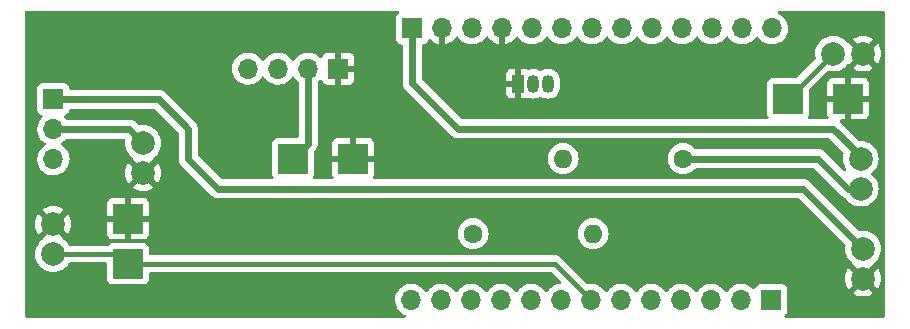
<source format=gbr>
%TF.GenerationSoftware,KiCad,Pcbnew,6.0.10-1.fc36*%
%TF.CreationDate,2023-01-12T14:27:35+01:00*%
%TF.ProjectId,wererabbit_game,77657265-7261-4626-9269-745f67616d65,rev?*%
%TF.SameCoordinates,Original*%
%TF.FileFunction,Copper,L2,Bot*%
%TF.FilePolarity,Positive*%
%FSLAX46Y46*%
G04 Gerber Fmt 4.6, Leading zero omitted, Abs format (unit mm)*
G04 Created by KiCad (PCBNEW 6.0.10-1.fc36) date 2023-01-12 14:27:35*
%MOMM*%
%LPD*%
G01*
G04 APERTURE LIST*
%TA.AperFunction,ComponentPad*%
%ADD10C,1.600000*%
%TD*%
%TA.AperFunction,ComponentPad*%
%ADD11O,1.600000X1.600000*%
%TD*%
%TA.AperFunction,SMDPad,CuDef*%
%ADD12R,2.500000X2.500000*%
%TD*%
%TA.AperFunction,ComponentPad*%
%ADD13C,2.000000*%
%TD*%
%TA.AperFunction,ComponentPad*%
%ADD14R,1.700000X1.700000*%
%TD*%
%TA.AperFunction,ComponentPad*%
%ADD15O,1.700000X1.700000*%
%TD*%
%TA.AperFunction,ComponentPad*%
%ADD16R,1.050000X1.500000*%
%TD*%
%TA.AperFunction,ComponentPad*%
%ADD17O,1.050000X1.500000*%
%TD*%
%TA.AperFunction,Conductor*%
%ADD18C,0.400000*%
%TD*%
%TA.AperFunction,Conductor*%
%ADD19C,0.600000*%
%TD*%
G04 APERTURE END LIST*
D10*
%TO.P,R1,1*%
%TO.N,Net-(J1-Pad10)*%
X137160000Y-119380000D03*
D11*
%TO.P,R1,2*%
%TO.N,Net-(Q1-Pad2)*%
X147320000Y-119380000D03*
%TD*%
D12*
%TO.P,J8a1,1,Pin_1*%
%TO.N,Net-(J1-Pad7)*%
X107950000Y-121920000D03*
%TD*%
%TO.P,JGND1,1,Pin_1*%
%TO.N,GND*%
X127000000Y-113030000D03*
%TD*%
D13*
%TO.P,J8,1,Pin_1*%
%TO.N,Net-(J1-Pad7)*%
X101600000Y-121110000D03*
%TO.N,GND*%
X101600000Y-118570000D03*
%TD*%
D12*
%TO.P,J7a1,1,Pin_1*%
%TO.N,Net-(J1-Pad6)*%
X163830000Y-107950000D03*
%TD*%
D13*
%TO.P,J10,1,Pin_1*%
%TO.N,Net-(J10-Pad1)*%
X170180000Y-120650000D03*
%TO.N,GND*%
X170180000Y-123190000D03*
%TD*%
%TO.P,J11,1,Pin_1*%
%TO.N,Net-(J11-Pad1)*%
X109220000Y-111710000D03*
%TO.N,GND*%
X109220000Y-114250000D03*
%TD*%
D12*
%TO.P,JGND3,1,Pin_1*%
%TO.N,GND*%
X168910000Y-107950000D03*
%TD*%
D13*
%TO.P,J6,1,Pin_1*%
%TO.N,VCC*%
X169970000Y-113030000D03*
%TO.N,Net-(R2-Pad1)*%
X169970000Y-115570000D03*
%TD*%
D14*
%TO.P,SW1,1,A*%
%TO.N,Net-(J10-Pad1)*%
X101625000Y-107995000D03*
D15*
%TO.P,SW1,2,B*%
%TO.N,Net-(J11-Pad1)*%
X101625000Y-110535000D03*
%TO.P,SW1,3,C*%
%TO.N,unconnected-(SW1-Pad3)*%
X101625000Y-113075000D03*
%TD*%
D14*
%TO.P,J9,1,Pin_1*%
%TO.N,GND*%
X125730000Y-105410000D03*
D15*
%TO.P,J9,2,Pin_2*%
%TO.N,VCC*%
X123190000Y-105410000D03*
%TO.P,J9,3,Pin_3*%
%TO.N,Net-(J1-Pad8)*%
X120650000Y-105410000D03*
%TO.P,J9,4,Pin_4*%
%TO.N,Net-(J1-Pad9)*%
X118110000Y-105410000D03*
%TD*%
D12*
%TO.P,JGND2,1,Pin_1*%
%TO.N,GND*%
X107950000Y-118110000D03*
%TD*%
D14*
%TO.P,J2,1,Pin_1*%
%TO.N,VCC*%
X132000000Y-102000000D03*
D15*
%TO.P,J2,2,Pin_2*%
%TO.N,GND*%
X134540000Y-102000000D03*
%TO.P,J2,3,Pin_3*%
%TO.N,unconnected-(J2-Pad3)*%
X137080000Y-102000000D03*
%TO.P,J2,4,Pin_4*%
%TO.N,GND*%
X139620000Y-102000000D03*
%TO.P,J2,5,Pin_5*%
%TO.N,unconnected-(J2-Pad5)*%
X142160000Y-102000000D03*
%TO.P,J2,6,Pin_6*%
%TO.N,unconnected-(J2-Pad6)*%
X144700000Y-102000000D03*
%TO.P,J2,7,Pin_7*%
%TO.N,unconnected-(J2-Pad7)*%
X147240000Y-102000000D03*
%TO.P,J2,8,Pin_8*%
%TO.N,unconnected-(J2-Pad8)*%
X149780000Y-102000000D03*
%TO.P,J2,9,Pin_9*%
%TO.N,unconnected-(J2-Pad9)*%
X152320000Y-102000000D03*
%TO.P,J2,10,Pin_10*%
%TO.N,unconnected-(J2-Pad10)*%
X154860000Y-102000000D03*
%TO.P,J2,11,Pin_11*%
%TO.N,unconnected-(J2-Pad11)*%
X157400000Y-102000000D03*
%TO.P,J2,12,Pin_12*%
%TO.N,unconnected-(J2-Pad12)*%
X159940000Y-102000000D03*
%TO.P,J2,13,Pin_13*%
%TO.N,unconnected-(J2-Pad13)*%
X162480000Y-102000000D03*
%TD*%
D10*
%TO.P,R2,1*%
%TO.N,Net-(R2-Pad1)*%
X154940000Y-113030000D03*
D11*
%TO.P,R2,2*%
%TO.N,Net-(Q1-Pad3)*%
X144780000Y-113030000D03*
%TD*%
D13*
%TO.P,J7,1,Pin_1*%
%TO.N,Net-(J1-Pad6)*%
X167640000Y-104140000D03*
%TO.N,GND*%
X170180000Y-104140000D03*
%TD*%
D16*
%TO.P,Q1,1,E*%
%TO.N,GND*%
X140970000Y-106680000D03*
D17*
%TO.P,Q1,2,B*%
%TO.N,Net-(Q1-Pad2)*%
X142240000Y-106680000D03*
%TO.P,Q1,3,C*%
%TO.N,Net-(Q1-Pad3)*%
X143510000Y-106680000D03*
%TD*%
D14*
%TO.P,J1,1,Pin_1*%
%TO.N,unconnected-(J1-Pad1)*%
X162400000Y-125000000D03*
D15*
%TO.P,J1,2,Pin_2*%
%TO.N,unconnected-(J1-Pad2)*%
X159860000Y-125000000D03*
%TO.P,J1,3,Pin_3*%
%TO.N,unconnected-(J1-Pad3)*%
X157320000Y-125000000D03*
%TO.P,J1,4,Pin_4*%
%TO.N,unconnected-(J1-Pad4)*%
X154780000Y-125000000D03*
%TO.P,J1,5,Pin_5*%
%TO.N,unconnected-(J1-Pad5)*%
X152240000Y-125000000D03*
%TO.P,J1,6,Pin_6*%
%TO.N,Net-(J1-Pad6)*%
X149700000Y-125000000D03*
%TO.P,J1,7,Pin_7*%
%TO.N,Net-(J1-Pad7)*%
X147160000Y-125000000D03*
%TO.P,J1,8,Pin_8*%
%TO.N,Net-(J1-Pad8)*%
X144620000Y-125000000D03*
%TO.P,J1,9,Pin_9*%
%TO.N,Net-(J1-Pad9)*%
X142080000Y-125000000D03*
%TO.P,J1,10,Pin_10*%
%TO.N,Net-(J1-Pad10)*%
X139540000Y-125000000D03*
%TO.P,J1,11,Pin_11*%
%TO.N,unconnected-(J1-Pad11)*%
X137000000Y-125000000D03*
%TO.P,J1,12,Pin_12*%
%TO.N,unconnected-(J1-Pad12)*%
X134460000Y-125000000D03*
%TO.P,J1,13,Pin_13*%
%TO.N,unconnected-(J1-Pad13)*%
X131920000Y-125000000D03*
%TD*%
D12*
%TO.P,Jvcc1,1,Pin_1*%
%TO.N,VCC*%
X121920000Y-113030000D03*
%TD*%
D18*
%TO.N,Net-(J1-Pad6)*%
X163830000Y-107950000D02*
X167640000Y-104140000D01*
%TO.N,Net-(J1-Pad7)*%
X107950000Y-121920000D02*
X144080000Y-121920000D01*
X107140000Y-121110000D02*
X107950000Y-121920000D01*
X144080000Y-121920000D02*
X147160000Y-125000000D01*
X101600000Y-121110000D02*
X107140000Y-121110000D01*
D19*
%TO.N,Net-(J10-Pad1)*%
X165100000Y-115570000D02*
X115570000Y-115570000D01*
X115570000Y-115570000D02*
X113030000Y-113030000D01*
X113030000Y-110490000D02*
X110535000Y-107995000D01*
X113030000Y-113030000D02*
X113030000Y-110490000D01*
X170180000Y-120650000D02*
X165100000Y-115570000D01*
X110535000Y-107995000D02*
X101625000Y-107995000D01*
%TO.N,Net-(J11-Pad1)*%
X101625000Y-110535000D02*
X108045000Y-110535000D01*
X108045000Y-110535000D02*
X109220000Y-111710000D01*
%TO.N,VCC*%
X132000000Y-102000000D02*
X132000000Y-106600000D01*
X123190000Y-105410000D02*
X123190000Y-111760000D01*
X169970000Y-112820000D02*
X169970000Y-113030000D01*
X123190000Y-111760000D02*
X121920000Y-113030000D01*
X135890000Y-110490000D02*
X167640000Y-110490000D01*
X132000000Y-106600000D02*
X135890000Y-110490000D01*
X167640000Y-110490000D02*
X169970000Y-112820000D01*
%TO.N,Net-(R2-Pad1)*%
X168910000Y-115570000D02*
X169970000Y-115570000D01*
X166370000Y-113030000D02*
X168910000Y-115570000D01*
X154940000Y-113030000D02*
X166370000Y-113030000D01*
%TD*%
%TA.AperFunction,Conductor*%
%TO.N,GND*%
G36*
X130847895Y-100528502D02*
G01*
X130894388Y-100582158D01*
X130904492Y-100652432D01*
X130874998Y-100717012D01*
X130855339Y-100735326D01*
X130826903Y-100756638D01*
X130786739Y-100786739D01*
X130699385Y-100903295D01*
X130648255Y-101039684D01*
X130641500Y-101101866D01*
X130641500Y-102898134D01*
X130648255Y-102960316D01*
X130699385Y-103096705D01*
X130786739Y-103213261D01*
X130903295Y-103300615D01*
X131039684Y-103351745D01*
X131066914Y-103354703D01*
X131079108Y-103356028D01*
X131144670Y-103383270D01*
X131185096Y-103441634D01*
X131191500Y-103481291D01*
X131191500Y-106590786D01*
X131191493Y-106592106D01*
X131190549Y-106682221D01*
X131199711Y-106724597D01*
X131201769Y-106737163D01*
X131206603Y-106780255D01*
X131208919Y-106786906D01*
X131208920Y-106786910D01*
X131217633Y-106811930D01*
X131221796Y-106826742D01*
X131228881Y-106859510D01*
X131247208Y-106898813D01*
X131251990Y-106910589D01*
X131266255Y-106951552D01*
X131269989Y-106957527D01*
X131269990Y-106957530D01*
X131284027Y-106979995D01*
X131291366Y-106993512D01*
X131302559Y-107017514D01*
X131305538Y-107023902D01*
X131309855Y-107029467D01*
X131309856Y-107029469D01*
X131332106Y-107058153D01*
X131339402Y-107068612D01*
X131357057Y-107096866D01*
X131362374Y-107105376D01*
X131367334Y-107110371D01*
X131367335Y-107110372D01*
X131390976Y-107134179D01*
X131391561Y-107134804D01*
X131392078Y-107135470D01*
X131418068Y-107161460D01*
X131490185Y-107234082D01*
X131491222Y-107234740D01*
X131492451Y-107235843D01*
X135311766Y-111055158D01*
X135312694Y-111056095D01*
X135375771Y-111120507D01*
X135412221Y-111143998D01*
X135422546Y-111151417D01*
X135456443Y-111178476D01*
X135462784Y-111181541D01*
X135462785Y-111181542D01*
X135486637Y-111193072D01*
X135500054Y-111200601D01*
X135528238Y-111218765D01*
X135534855Y-111221173D01*
X135534860Y-111221176D01*
X135568973Y-111233592D01*
X135580716Y-111238553D01*
X135613400Y-111254353D01*
X135613409Y-111254356D01*
X135619749Y-111257421D01*
X135626614Y-111259006D01*
X135652428Y-111264966D01*
X135667168Y-111269332D01*
X135698685Y-111280803D01*
X135705670Y-111281685D01*
X135705677Y-111281687D01*
X135741692Y-111286237D01*
X135754243Y-111288472D01*
X135796485Y-111298225D01*
X135803529Y-111298250D01*
X135803533Y-111298250D01*
X135837072Y-111298367D01*
X135837942Y-111298396D01*
X135838769Y-111298500D01*
X135875258Y-111298500D01*
X135875697Y-111298501D01*
X135974343Y-111298845D01*
X135974348Y-111298845D01*
X135977870Y-111298857D01*
X135979070Y-111298589D01*
X135980708Y-111298500D01*
X167252918Y-111298500D01*
X167321039Y-111318502D01*
X167342013Y-111335405D01*
X167923406Y-111916797D01*
X168488379Y-112481770D01*
X168522404Y-112544082D01*
X168521803Y-112600277D01*
X168512094Y-112640720D01*
X168477893Y-112783177D01*
X168475465Y-112793289D01*
X168456835Y-113030000D01*
X168475465Y-113266711D01*
X168476619Y-113271518D01*
X168476620Y-113271524D01*
X168490370Y-113328796D01*
X168530895Y-113497594D01*
X168532788Y-113502165D01*
X168532789Y-113502167D01*
X168612257Y-113694020D01*
X168621760Y-113716963D01*
X168624346Y-113721183D01*
X168732464Y-113897615D01*
X168751002Y-113966149D01*
X168729546Y-114033825D01*
X168674907Y-114079158D01*
X168604432Y-114087755D01*
X168535936Y-114052545D01*
X167942861Y-113459469D01*
X166948234Y-112464842D01*
X166947306Y-112463905D01*
X166889157Y-112404525D01*
X166889156Y-112404524D01*
X166884229Y-112399493D01*
X166847779Y-112376002D01*
X166837454Y-112368583D01*
X166803557Y-112341524D01*
X166796752Y-112338234D01*
X166773363Y-112326928D01*
X166759945Y-112319398D01*
X166731762Y-112301235D01*
X166725145Y-112298827D01*
X166725140Y-112298824D01*
X166691027Y-112286408D01*
X166679284Y-112281447D01*
X166646597Y-112265646D01*
X166646592Y-112265644D01*
X166640251Y-112262579D01*
X166633393Y-112260996D01*
X166633391Y-112260995D01*
X166607574Y-112255035D01*
X166592831Y-112250668D01*
X166561315Y-112239197D01*
X166554325Y-112238314D01*
X166554317Y-112238312D01*
X166518299Y-112233762D01*
X166505747Y-112231526D01*
X166470386Y-112223362D01*
X166470383Y-112223362D01*
X166463515Y-112221776D01*
X166456469Y-112221751D01*
X166456466Y-112221751D01*
X166422944Y-112221634D01*
X166422062Y-112221605D01*
X166421231Y-112221500D01*
X166384581Y-112221500D01*
X166384141Y-112221499D01*
X166285657Y-112221155D01*
X166285652Y-112221155D01*
X166282130Y-112221143D01*
X166280930Y-112221411D01*
X166279293Y-112221500D01*
X156034188Y-112221500D01*
X155966067Y-112201498D01*
X155945093Y-112184595D01*
X155784300Y-112023802D01*
X155779792Y-112020645D01*
X155779789Y-112020643D01*
X155688644Y-111956823D01*
X155596749Y-111892477D01*
X155591767Y-111890154D01*
X155591762Y-111890151D01*
X155394225Y-111798039D01*
X155394224Y-111798039D01*
X155389243Y-111795716D01*
X155383935Y-111794294D01*
X155383933Y-111794293D01*
X155173402Y-111737881D01*
X155173400Y-111737881D01*
X155168087Y-111736457D01*
X154940000Y-111716502D01*
X154711913Y-111736457D01*
X154706600Y-111737881D01*
X154706598Y-111737881D01*
X154496067Y-111794293D01*
X154496065Y-111794294D01*
X154490757Y-111795716D01*
X154485776Y-111798039D01*
X154485775Y-111798039D01*
X154288238Y-111890151D01*
X154288233Y-111890154D01*
X154283251Y-111892477D01*
X154191356Y-111956823D01*
X154100211Y-112020643D01*
X154100208Y-112020645D01*
X154095700Y-112023802D01*
X153933802Y-112185700D01*
X153930645Y-112190208D01*
X153930643Y-112190211D01*
X153896343Y-112239197D01*
X153802477Y-112373251D01*
X153800154Y-112378233D01*
X153800151Y-112378238D01*
X153714273Y-112562406D01*
X153705716Y-112580757D01*
X153704294Y-112586065D01*
X153704293Y-112586067D01*
X153654972Y-112770135D01*
X153646457Y-112801913D01*
X153626502Y-113030000D01*
X153646457Y-113258087D01*
X153647881Y-113263400D01*
X153647881Y-113263402D01*
X153700418Y-113459469D01*
X153705716Y-113479243D01*
X153708039Y-113484224D01*
X153708039Y-113484225D01*
X153800151Y-113681762D01*
X153800154Y-113681767D01*
X153802477Y-113686749D01*
X153933802Y-113874300D01*
X154095700Y-114036198D01*
X154100208Y-114039355D01*
X154100211Y-114039357D01*
X154157053Y-114079158D01*
X154283251Y-114167523D01*
X154288233Y-114169846D01*
X154288238Y-114169849D01*
X154457697Y-114248868D01*
X154490757Y-114264284D01*
X154496065Y-114265706D01*
X154496067Y-114265707D01*
X154706598Y-114322119D01*
X154706600Y-114322119D01*
X154711913Y-114323543D01*
X154940000Y-114343498D01*
X155168087Y-114323543D01*
X155173400Y-114322119D01*
X155173402Y-114322119D01*
X155383933Y-114265707D01*
X155383935Y-114265706D01*
X155389243Y-114264284D01*
X155422303Y-114248868D01*
X155591762Y-114169849D01*
X155591767Y-114169846D01*
X155596749Y-114167523D01*
X155722947Y-114079158D01*
X155779789Y-114039357D01*
X155779792Y-114039355D01*
X155784300Y-114036198D01*
X155945093Y-113875405D01*
X156007405Y-113841379D01*
X156034188Y-113838500D01*
X165982918Y-113838500D01*
X166051039Y-113858502D01*
X166072013Y-113875405D01*
X168331766Y-116135158D01*
X168332694Y-116136095D01*
X168395771Y-116200507D01*
X168432221Y-116223998D01*
X168442546Y-116231417D01*
X168476443Y-116258476D01*
X168482782Y-116261540D01*
X168482786Y-116261543D01*
X168506638Y-116273074D01*
X168520051Y-116280601D01*
X168542313Y-116294947D01*
X168542316Y-116294948D01*
X168548238Y-116298765D01*
X168554857Y-116301174D01*
X168554861Y-116301176D01*
X168588973Y-116313592D01*
X168600717Y-116318553D01*
X168633400Y-116334353D01*
X168633406Y-116334355D01*
X168638731Y-116336929D01*
X168638732Y-116336930D01*
X168639747Y-116337421D01*
X168639661Y-116337599D01*
X168694439Y-116377056D01*
X168702409Y-116388571D01*
X168743239Y-116455198D01*
X168745824Y-116459416D01*
X168900031Y-116639969D01*
X169080584Y-116794176D01*
X169084792Y-116796755D01*
X169084798Y-116796759D01*
X169278817Y-116915654D01*
X169283037Y-116918240D01*
X169287607Y-116920133D01*
X169287611Y-116920135D01*
X169497833Y-117007211D01*
X169502406Y-117009105D01*
X169582609Y-117028360D01*
X169728476Y-117063380D01*
X169728482Y-117063381D01*
X169733289Y-117064535D01*
X169970000Y-117083165D01*
X170206711Y-117064535D01*
X170211518Y-117063381D01*
X170211524Y-117063380D01*
X170357391Y-117028360D01*
X170437594Y-117009105D01*
X170442167Y-117007211D01*
X170652389Y-116920135D01*
X170652393Y-116920133D01*
X170656963Y-116918240D01*
X170661183Y-116915654D01*
X170855202Y-116796759D01*
X170855208Y-116796755D01*
X170859416Y-116794176D01*
X171039969Y-116639969D01*
X171194176Y-116459416D01*
X171196755Y-116455208D01*
X171196759Y-116455202D01*
X171315654Y-116261183D01*
X171318240Y-116256963D01*
X171330467Y-116227446D01*
X171407211Y-116042167D01*
X171407212Y-116042165D01*
X171409105Y-116037594D01*
X171464535Y-115806711D01*
X171483165Y-115570000D01*
X171464535Y-115333289D01*
X171409105Y-115102406D01*
X171338589Y-114932163D01*
X171320135Y-114887611D01*
X171320133Y-114887607D01*
X171318240Y-114883037D01*
X171282200Y-114824225D01*
X171196759Y-114684798D01*
X171196755Y-114684792D01*
X171194176Y-114680584D01*
X171039969Y-114500031D01*
X171036213Y-114496823D01*
X171036208Y-114496818D01*
X170917944Y-114395811D01*
X170879134Y-114336361D01*
X170878628Y-114265366D01*
X170917944Y-114204189D01*
X171036208Y-114103182D01*
X171036213Y-114103177D01*
X171039969Y-114099969D01*
X171194176Y-113919416D01*
X171196755Y-113915208D01*
X171196759Y-113915202D01*
X171315654Y-113721183D01*
X171318240Y-113716963D01*
X171327744Y-113694020D01*
X171407211Y-113502167D01*
X171407212Y-113502165D01*
X171409105Y-113497594D01*
X171449630Y-113328796D01*
X171463380Y-113271524D01*
X171463381Y-113271518D01*
X171464535Y-113266711D01*
X171483165Y-113030000D01*
X171464535Y-112793289D01*
X171462108Y-112783177D01*
X171425562Y-112630954D01*
X171409105Y-112562406D01*
X171368305Y-112463905D01*
X171320135Y-112347611D01*
X171320133Y-112347607D01*
X171318240Y-112343037D01*
X171282200Y-112284225D01*
X171196759Y-112144798D01*
X171196755Y-112144792D01*
X171194176Y-112140584D01*
X171039969Y-111960031D01*
X170859416Y-111805824D01*
X170855208Y-111803245D01*
X170855202Y-111803241D01*
X170661183Y-111684346D01*
X170656963Y-111681760D01*
X170652393Y-111679867D01*
X170652389Y-111679865D01*
X170442167Y-111592789D01*
X170442165Y-111592788D01*
X170437594Y-111590895D01*
X170357391Y-111571640D01*
X170211524Y-111536620D01*
X170211518Y-111536619D01*
X170206711Y-111535465D01*
X169970000Y-111516835D01*
X169879790Y-111523935D01*
X169810311Y-111509339D01*
X169780810Y-111487418D01*
X168218234Y-109924842D01*
X168217311Y-109923910D01*
X168215600Y-109922163D01*
X168182225Y-109859500D01*
X168188027Y-109788741D01*
X168231163Y-109732351D01*
X168297938Y-109708234D01*
X168305618Y-109708000D01*
X168637885Y-109708000D01*
X168653124Y-109703525D01*
X168654329Y-109702135D01*
X168656000Y-109694452D01*
X168656000Y-109689884D01*
X169164000Y-109689884D01*
X169168475Y-109705123D01*
X169169865Y-109706328D01*
X169177548Y-109707999D01*
X170204669Y-109707999D01*
X170211490Y-109707629D01*
X170262352Y-109702105D01*
X170277604Y-109698479D01*
X170398054Y-109653324D01*
X170413649Y-109644786D01*
X170515724Y-109568285D01*
X170528285Y-109555724D01*
X170604786Y-109453649D01*
X170613324Y-109438054D01*
X170658478Y-109317606D01*
X170662105Y-109302351D01*
X170667631Y-109251486D01*
X170668000Y-109244672D01*
X170668000Y-108222115D01*
X170663525Y-108206876D01*
X170662135Y-108205671D01*
X170654452Y-108204000D01*
X169182115Y-108204000D01*
X169166876Y-108208475D01*
X169165671Y-108209865D01*
X169164000Y-108217548D01*
X169164000Y-109689884D01*
X168656000Y-109689884D01*
X168656000Y-108222115D01*
X168651525Y-108206876D01*
X168650135Y-108205671D01*
X168642452Y-108204000D01*
X167170116Y-108204000D01*
X167154877Y-108208475D01*
X167153672Y-108209865D01*
X167152001Y-108217548D01*
X167152001Y-109244669D01*
X167152371Y-109251490D01*
X167157895Y-109302352D01*
X167161521Y-109317604D01*
X167206676Y-109438054D01*
X167215214Y-109453648D01*
X167234915Y-109479936D01*
X167259762Y-109546443D01*
X167244708Y-109615825D01*
X167194534Y-109666055D01*
X167134088Y-109681500D01*
X165606536Y-109681500D01*
X165538415Y-109661498D01*
X165491922Y-109607842D01*
X165481818Y-109537568D01*
X165505711Y-109479934D01*
X165525229Y-109453892D01*
X165525230Y-109453890D01*
X165530615Y-109446705D01*
X165581745Y-109310316D01*
X165588500Y-109248134D01*
X165588500Y-107677885D01*
X167152000Y-107677885D01*
X167156475Y-107693124D01*
X167157865Y-107694329D01*
X167165548Y-107696000D01*
X168637885Y-107696000D01*
X168653124Y-107691525D01*
X168654329Y-107690135D01*
X168656000Y-107682452D01*
X168656000Y-107677885D01*
X169164000Y-107677885D01*
X169168475Y-107693124D01*
X169169865Y-107694329D01*
X169177548Y-107696000D01*
X170649884Y-107696000D01*
X170665123Y-107691525D01*
X170666328Y-107690135D01*
X170667999Y-107682452D01*
X170667999Y-106655331D01*
X170667629Y-106648510D01*
X170662105Y-106597648D01*
X170658479Y-106582396D01*
X170613324Y-106461946D01*
X170604786Y-106446351D01*
X170528285Y-106344276D01*
X170515724Y-106331715D01*
X170413649Y-106255214D01*
X170398054Y-106246676D01*
X170277606Y-106201522D01*
X170262351Y-106197895D01*
X170211486Y-106192369D01*
X170204672Y-106192000D01*
X169182115Y-106192000D01*
X169166876Y-106196475D01*
X169165671Y-106197865D01*
X169164000Y-106205548D01*
X169164000Y-107677885D01*
X168656000Y-107677885D01*
X168656000Y-106210116D01*
X168651525Y-106194877D01*
X168650135Y-106193672D01*
X168642452Y-106192001D01*
X167615331Y-106192001D01*
X167608510Y-106192371D01*
X167557648Y-106197895D01*
X167542396Y-106201521D01*
X167421946Y-106246676D01*
X167406351Y-106255214D01*
X167304276Y-106331715D01*
X167291715Y-106344276D01*
X167215214Y-106446351D01*
X167206676Y-106461946D01*
X167161522Y-106582394D01*
X167157895Y-106597649D01*
X167152369Y-106648514D01*
X167152000Y-106655328D01*
X167152000Y-107677885D01*
X165588500Y-107677885D01*
X165588500Y-107245660D01*
X165608502Y-107177539D01*
X165625405Y-107156565D01*
X167147072Y-105634898D01*
X167209384Y-105600872D01*
X167265579Y-105601474D01*
X167327352Y-105616304D01*
X167398476Y-105633380D01*
X167398482Y-105633381D01*
X167403289Y-105634535D01*
X167640000Y-105653165D01*
X167876711Y-105634535D01*
X167881518Y-105633381D01*
X167881524Y-105633380D01*
X168059176Y-105590729D01*
X168107594Y-105579105D01*
X168112167Y-105577211D01*
X168322389Y-105490135D01*
X168322393Y-105490133D01*
X168326963Y-105488240D01*
X168411178Y-105436633D01*
X168515556Y-105372670D01*
X169312160Y-105372670D01*
X169317887Y-105380320D01*
X169489042Y-105485205D01*
X169497837Y-105489687D01*
X169707988Y-105576734D01*
X169717373Y-105579783D01*
X169938554Y-105632885D01*
X169948301Y-105634428D01*
X170175070Y-105652275D01*
X170184930Y-105652275D01*
X170411699Y-105634428D01*
X170421446Y-105632885D01*
X170642627Y-105579783D01*
X170652012Y-105576734D01*
X170862163Y-105489687D01*
X170870958Y-105485205D01*
X171038445Y-105382568D01*
X171047907Y-105372110D01*
X171044124Y-105363334D01*
X170192812Y-104512022D01*
X170178868Y-104504408D01*
X170177035Y-104504539D01*
X170170420Y-104508790D01*
X169318920Y-105360290D01*
X169312160Y-105372670D01*
X168515556Y-105372670D01*
X168525202Y-105366759D01*
X168525208Y-105366755D01*
X168529416Y-105364176D01*
X168709969Y-105209969D01*
X168713177Y-105206213D01*
X168713182Y-105206208D01*
X168843706Y-105053384D01*
X168903156Y-105014574D01*
X168937558Y-105012360D01*
X168956667Y-105004123D01*
X169807978Y-104152812D01*
X169814356Y-104141132D01*
X170544408Y-104141132D01*
X170544539Y-104142965D01*
X170548790Y-104149580D01*
X171400290Y-105001080D01*
X171412670Y-105007840D01*
X171420320Y-105002113D01*
X171525205Y-104830958D01*
X171529687Y-104822163D01*
X171616734Y-104612012D01*
X171619783Y-104602627D01*
X171672885Y-104381446D01*
X171674428Y-104371699D01*
X171692275Y-104144930D01*
X171692275Y-104135070D01*
X171674428Y-103908301D01*
X171672885Y-103898554D01*
X171619783Y-103677373D01*
X171616734Y-103667988D01*
X171529687Y-103457837D01*
X171525205Y-103449042D01*
X171422568Y-103281555D01*
X171412110Y-103272093D01*
X171403334Y-103275876D01*
X170552022Y-104127188D01*
X170544408Y-104141132D01*
X169814356Y-104141132D01*
X169815592Y-104138868D01*
X169815461Y-104137035D01*
X169811210Y-104130420D01*
X168959710Y-103278920D01*
X168942898Y-103269740D01*
X168879650Y-103255980D01*
X168844225Y-103227224D01*
X168713177Y-103073787D01*
X168709969Y-103070031D01*
X168529416Y-102915824D01*
X168525208Y-102913245D01*
X168525202Y-102913241D01*
X168516470Y-102907890D01*
X169312093Y-102907890D01*
X169315876Y-102916666D01*
X170167188Y-103767978D01*
X170181132Y-103775592D01*
X170182965Y-103775461D01*
X170189580Y-103771210D01*
X171041080Y-102919710D01*
X171047840Y-102907330D01*
X171042113Y-102899680D01*
X170870958Y-102794795D01*
X170862163Y-102790313D01*
X170652012Y-102703266D01*
X170642627Y-102700217D01*
X170421446Y-102647115D01*
X170411699Y-102645572D01*
X170184930Y-102627725D01*
X170175070Y-102627725D01*
X169948301Y-102645572D01*
X169938554Y-102647115D01*
X169717373Y-102700217D01*
X169707988Y-102703266D01*
X169497837Y-102790313D01*
X169489042Y-102794795D01*
X169321555Y-102897432D01*
X169312093Y-102907890D01*
X168516470Y-102907890D01*
X168331183Y-102794346D01*
X168326963Y-102791760D01*
X168322393Y-102789867D01*
X168322389Y-102789865D01*
X168112167Y-102702789D01*
X168112165Y-102702788D01*
X168107594Y-102700895D01*
X168027391Y-102681640D01*
X167881524Y-102646620D01*
X167881518Y-102646619D01*
X167876711Y-102645465D01*
X167640000Y-102626835D01*
X167403289Y-102645465D01*
X167398482Y-102646619D01*
X167398476Y-102646620D01*
X167252609Y-102681640D01*
X167172406Y-102700895D01*
X167167835Y-102702788D01*
X167167833Y-102702789D01*
X166957611Y-102789865D01*
X166957607Y-102789867D01*
X166953037Y-102791760D01*
X166948817Y-102794346D01*
X166754798Y-102913241D01*
X166754792Y-102913245D01*
X166750584Y-102915824D01*
X166570031Y-103070031D01*
X166415824Y-103250584D01*
X166413245Y-103254792D01*
X166413241Y-103254798D01*
X166334513Y-103383270D01*
X166291760Y-103453037D01*
X166289867Y-103457607D01*
X166289865Y-103457611D01*
X166280057Y-103481291D01*
X166200895Y-103672406D01*
X166145465Y-103903289D01*
X166126835Y-104140000D01*
X166145465Y-104376711D01*
X166178526Y-104514420D01*
X166174979Y-104585325D01*
X166145102Y-104632927D01*
X164623435Y-106154595D01*
X164561123Y-106188620D01*
X164534340Y-106191500D01*
X162531866Y-106191500D01*
X162469684Y-106198255D01*
X162333295Y-106249385D01*
X162216739Y-106336739D01*
X162129385Y-106453295D01*
X162078255Y-106589684D01*
X162071500Y-106651866D01*
X162071500Y-109248134D01*
X162078255Y-109310316D01*
X162129385Y-109446705D01*
X162134770Y-109453890D01*
X162134771Y-109453892D01*
X162154289Y-109479934D01*
X162179138Y-109546440D01*
X162164086Y-109615823D01*
X162113912Y-109666053D01*
X162053464Y-109681500D01*
X136277082Y-109681500D01*
X136208961Y-109661498D01*
X136187987Y-109644595D01*
X134018061Y-107474669D01*
X139937001Y-107474669D01*
X139937371Y-107481490D01*
X139942895Y-107532352D01*
X139946521Y-107547604D01*
X139991676Y-107668054D01*
X140000214Y-107683649D01*
X140076715Y-107785724D01*
X140089276Y-107798285D01*
X140191351Y-107874786D01*
X140206946Y-107883324D01*
X140327394Y-107928478D01*
X140342649Y-107932105D01*
X140393514Y-107937631D01*
X140400328Y-107938000D01*
X140697885Y-107938000D01*
X140713124Y-107933525D01*
X140714329Y-107932135D01*
X140716000Y-107924452D01*
X140716000Y-106956004D01*
X141206500Y-106956004D01*
X141221277Y-107106713D01*
X141221968Y-107109002D01*
X141224000Y-107129724D01*
X141224000Y-107919884D01*
X141228475Y-107935123D01*
X141229865Y-107936328D01*
X141237548Y-107937999D01*
X141539669Y-107937999D01*
X141546490Y-107937629D01*
X141597352Y-107932105D01*
X141612604Y-107928479D01*
X141733056Y-107883323D01*
X141748466Y-107874886D01*
X141817823Y-107859716D01*
X141846235Y-107865040D01*
X142031180Y-107922290D01*
X142037305Y-107922934D01*
X142037306Y-107922934D01*
X142226622Y-107942832D01*
X142226623Y-107942832D01*
X142232750Y-107943476D01*
X142342090Y-107933525D01*
X142428457Y-107925665D01*
X142428460Y-107925664D01*
X142434596Y-107925106D01*
X142440502Y-107923368D01*
X142440506Y-107923367D01*
X142623120Y-107869620D01*
X142623119Y-107869620D01*
X142629029Y-107867881D01*
X142634486Y-107865028D01*
X142634489Y-107865027D01*
X142786182Y-107785724D01*
X142808460Y-107774077D01*
X142808462Y-107774077D01*
X142808645Y-107773981D01*
X142808663Y-107774016D01*
X142874441Y-107754111D01*
X142935409Y-107769271D01*
X143107565Y-107862356D01*
X143204372Y-107892323D01*
X143295293Y-107920468D01*
X143295296Y-107920469D01*
X143301180Y-107922290D01*
X143307305Y-107922934D01*
X143307306Y-107922934D01*
X143496622Y-107942832D01*
X143496623Y-107942832D01*
X143502750Y-107943476D01*
X143612090Y-107933525D01*
X143698457Y-107925665D01*
X143698460Y-107925664D01*
X143704596Y-107925106D01*
X143710502Y-107923368D01*
X143710506Y-107923367D01*
X143893120Y-107869620D01*
X143893119Y-107869620D01*
X143899029Y-107867881D01*
X143904486Y-107865028D01*
X143904489Y-107865027D01*
X144056182Y-107785724D01*
X144078645Y-107773981D01*
X144236601Y-107646981D01*
X144366881Y-107491719D01*
X144369845Y-107486327D01*
X144369848Y-107486323D01*
X144461556Y-107319506D01*
X144464523Y-107314109D01*
X144525807Y-107120916D01*
X144527401Y-107106713D01*
X144543107Y-106966683D01*
X144543500Y-106963183D01*
X144543500Y-106403996D01*
X144528723Y-106253287D01*
X144470142Y-106059258D01*
X144374990Y-105880302D01*
X144246890Y-105723237D01*
X144197182Y-105682115D01*
X144095472Y-105597973D01*
X144095469Y-105597971D01*
X144090722Y-105594044D01*
X143912435Y-105497644D01*
X143815627Y-105467677D01*
X143724707Y-105439532D01*
X143724704Y-105439531D01*
X143718820Y-105437710D01*
X143712695Y-105437066D01*
X143712694Y-105437066D01*
X143523378Y-105417168D01*
X143523377Y-105417168D01*
X143517250Y-105416524D01*
X143438709Y-105423672D01*
X143321543Y-105434335D01*
X143321540Y-105434336D01*
X143315404Y-105434894D01*
X143309498Y-105436632D01*
X143309494Y-105436633D01*
X143173734Y-105476590D01*
X143120971Y-105492119D01*
X143115514Y-105494972D01*
X143115511Y-105494973D01*
X143031163Y-105539069D01*
X142941540Y-105585923D01*
X142941538Y-105585923D01*
X142941355Y-105586019D01*
X142941337Y-105585984D01*
X142875559Y-105605889D01*
X142814591Y-105590729D01*
X142805815Y-105585984D01*
X142642435Y-105497644D01*
X142545627Y-105467677D01*
X142454707Y-105439532D01*
X142454704Y-105439531D01*
X142448820Y-105437710D01*
X142442695Y-105437066D01*
X142442694Y-105437066D01*
X142253378Y-105417168D01*
X142253377Y-105417168D01*
X142247250Y-105416524D01*
X142168709Y-105423672D01*
X142051543Y-105434335D01*
X142051540Y-105434336D01*
X142045404Y-105434894D01*
X142039498Y-105436632D01*
X142039494Y-105436633D01*
X141948187Y-105463507D01*
X141850971Y-105492119D01*
X141850771Y-105491441D01*
X141784727Y-105497956D01*
X141747677Y-105484680D01*
X141733063Y-105476679D01*
X141612606Y-105431522D01*
X141597351Y-105427895D01*
X141546486Y-105422369D01*
X141539672Y-105422000D01*
X141242115Y-105422000D01*
X141226876Y-105426475D01*
X141225671Y-105427865D01*
X141224000Y-105435548D01*
X141224000Y-106233758D01*
X141223215Y-106247803D01*
X141206500Y-106396817D01*
X141206500Y-106956004D01*
X140716000Y-106956004D01*
X140716000Y-106952115D01*
X140711525Y-106936876D01*
X140710135Y-106935671D01*
X140702452Y-106934000D01*
X139955116Y-106934000D01*
X139939877Y-106938475D01*
X139938672Y-106939865D01*
X139937001Y-106947548D01*
X139937001Y-107474669D01*
X134018061Y-107474669D01*
X132951277Y-106407885D01*
X139937000Y-106407885D01*
X139941475Y-106423124D01*
X139942865Y-106424329D01*
X139950548Y-106426000D01*
X140697885Y-106426000D01*
X140713124Y-106421525D01*
X140714329Y-106420135D01*
X140716000Y-106412452D01*
X140716000Y-105440116D01*
X140711525Y-105424877D01*
X140710135Y-105423672D01*
X140702452Y-105422001D01*
X140400331Y-105422001D01*
X140393510Y-105422371D01*
X140342648Y-105427895D01*
X140327396Y-105431521D01*
X140206946Y-105476676D01*
X140191351Y-105485214D01*
X140089276Y-105561715D01*
X140076715Y-105574276D01*
X140000214Y-105676351D01*
X139991676Y-105691946D01*
X139946522Y-105812394D01*
X139942895Y-105827649D01*
X139937369Y-105878514D01*
X139937000Y-105885328D01*
X139937000Y-106407885D01*
X132951277Y-106407885D01*
X132845405Y-106302013D01*
X132811379Y-106239701D01*
X132808500Y-106212918D01*
X132808500Y-103481291D01*
X132828502Y-103413170D01*
X132882158Y-103366677D01*
X132920892Y-103356028D01*
X132933086Y-103354703D01*
X132960316Y-103351745D01*
X133096705Y-103300615D01*
X133213261Y-103213261D01*
X133300615Y-103096705D01*
X133344798Y-102978848D01*
X133387440Y-102922084D01*
X133454001Y-102897384D01*
X133523350Y-102912592D01*
X133558017Y-102940580D01*
X133583218Y-102969673D01*
X133590580Y-102976883D01*
X133754434Y-103112916D01*
X133762881Y-103118831D01*
X133946756Y-103226279D01*
X133956042Y-103230729D01*
X134155001Y-103306703D01*
X134164899Y-103309579D01*
X134268250Y-103330606D01*
X134282299Y-103329410D01*
X134286000Y-103319065D01*
X134286000Y-101872000D01*
X134306002Y-101803879D01*
X134359658Y-101757386D01*
X134412000Y-101746000D01*
X134668000Y-101746000D01*
X134736121Y-101766002D01*
X134782614Y-101819658D01*
X134794000Y-101872000D01*
X134794000Y-103318517D01*
X134798064Y-103332359D01*
X134811478Y-103334393D01*
X134818184Y-103333534D01*
X134828262Y-103331392D01*
X135032255Y-103270191D01*
X135041842Y-103266433D01*
X135233095Y-103172739D01*
X135241945Y-103167464D01*
X135415328Y-103043792D01*
X135423200Y-103037139D01*
X135574052Y-102886812D01*
X135580730Y-102878965D01*
X135708022Y-102701819D01*
X135709279Y-102702722D01*
X135756373Y-102659362D01*
X135826311Y-102647145D01*
X135891751Y-102674678D01*
X135919579Y-102706511D01*
X135979987Y-102805088D01*
X136126250Y-102973938D01*
X136298126Y-103116632D01*
X136491000Y-103229338D01*
X136495825Y-103231180D01*
X136495826Y-103231181D01*
X136557673Y-103254798D01*
X136699692Y-103309030D01*
X136704760Y-103310061D01*
X136704763Y-103310062D01*
X136799862Y-103329410D01*
X136918597Y-103353567D01*
X136923772Y-103353757D01*
X136923774Y-103353757D01*
X137136673Y-103361564D01*
X137136677Y-103361564D01*
X137141837Y-103361753D01*
X137146957Y-103361097D01*
X137146959Y-103361097D01*
X137358288Y-103334025D01*
X137358289Y-103334025D01*
X137363416Y-103333368D01*
X137368366Y-103331883D01*
X137572429Y-103270661D01*
X137572434Y-103270659D01*
X137577384Y-103269174D01*
X137777994Y-103170896D01*
X137959860Y-103041173D01*
X138118096Y-102883489D01*
X138248453Y-102702077D01*
X138249640Y-102702930D01*
X138296960Y-102659362D01*
X138366897Y-102647145D01*
X138432338Y-102674678D01*
X138460166Y-102706511D01*
X138517694Y-102800388D01*
X138523777Y-102808699D01*
X138663213Y-102969667D01*
X138670580Y-102976883D01*
X138834434Y-103112916D01*
X138842881Y-103118831D01*
X139026756Y-103226279D01*
X139036042Y-103230729D01*
X139235001Y-103306703D01*
X139244899Y-103309579D01*
X139348250Y-103330606D01*
X139362299Y-103329410D01*
X139366000Y-103319065D01*
X139366000Y-101872000D01*
X139386002Y-101803879D01*
X139439658Y-101757386D01*
X139492000Y-101746000D01*
X139748000Y-101746000D01*
X139816121Y-101766002D01*
X139862614Y-101819658D01*
X139874000Y-101872000D01*
X139874000Y-103318517D01*
X139878064Y-103332359D01*
X139891478Y-103334393D01*
X139898184Y-103333534D01*
X139908262Y-103331392D01*
X140112255Y-103270191D01*
X140121842Y-103266433D01*
X140313095Y-103172739D01*
X140321945Y-103167464D01*
X140495328Y-103043792D01*
X140503200Y-103037139D01*
X140654052Y-102886812D01*
X140660730Y-102878965D01*
X140788022Y-102701819D01*
X140789279Y-102702722D01*
X140836373Y-102659362D01*
X140906311Y-102647145D01*
X140971751Y-102674678D01*
X140999579Y-102706511D01*
X141059987Y-102805088D01*
X141206250Y-102973938D01*
X141378126Y-103116632D01*
X141571000Y-103229338D01*
X141575825Y-103231180D01*
X141575826Y-103231181D01*
X141637673Y-103254798D01*
X141779692Y-103309030D01*
X141784760Y-103310061D01*
X141784763Y-103310062D01*
X141879862Y-103329410D01*
X141998597Y-103353567D01*
X142003772Y-103353757D01*
X142003774Y-103353757D01*
X142216673Y-103361564D01*
X142216677Y-103361564D01*
X142221837Y-103361753D01*
X142226957Y-103361097D01*
X142226959Y-103361097D01*
X142438288Y-103334025D01*
X142438289Y-103334025D01*
X142443416Y-103333368D01*
X142448366Y-103331883D01*
X142652429Y-103270661D01*
X142652434Y-103270659D01*
X142657384Y-103269174D01*
X142857994Y-103170896D01*
X143039860Y-103041173D01*
X143198096Y-102883489D01*
X143328453Y-102702077D01*
X143329776Y-102703028D01*
X143376645Y-102659857D01*
X143446580Y-102647625D01*
X143512026Y-102675144D01*
X143539875Y-102706994D01*
X143599987Y-102805088D01*
X143746250Y-102973938D01*
X143918126Y-103116632D01*
X144111000Y-103229338D01*
X144115825Y-103231180D01*
X144115826Y-103231181D01*
X144177673Y-103254798D01*
X144319692Y-103309030D01*
X144324760Y-103310061D01*
X144324763Y-103310062D01*
X144419862Y-103329410D01*
X144538597Y-103353567D01*
X144543772Y-103353757D01*
X144543774Y-103353757D01*
X144756673Y-103361564D01*
X144756677Y-103361564D01*
X144761837Y-103361753D01*
X144766957Y-103361097D01*
X144766959Y-103361097D01*
X144978288Y-103334025D01*
X144978289Y-103334025D01*
X144983416Y-103333368D01*
X144988366Y-103331883D01*
X145192429Y-103270661D01*
X145192434Y-103270659D01*
X145197384Y-103269174D01*
X145397994Y-103170896D01*
X145579860Y-103041173D01*
X145738096Y-102883489D01*
X145868453Y-102702077D01*
X145869776Y-102703028D01*
X145916645Y-102659857D01*
X145986580Y-102647625D01*
X146052026Y-102675144D01*
X146079875Y-102706994D01*
X146139987Y-102805088D01*
X146286250Y-102973938D01*
X146458126Y-103116632D01*
X146651000Y-103229338D01*
X146655825Y-103231180D01*
X146655826Y-103231181D01*
X146717673Y-103254798D01*
X146859692Y-103309030D01*
X146864760Y-103310061D01*
X146864763Y-103310062D01*
X146959862Y-103329410D01*
X147078597Y-103353567D01*
X147083772Y-103353757D01*
X147083774Y-103353757D01*
X147296673Y-103361564D01*
X147296677Y-103361564D01*
X147301837Y-103361753D01*
X147306957Y-103361097D01*
X147306959Y-103361097D01*
X147518288Y-103334025D01*
X147518289Y-103334025D01*
X147523416Y-103333368D01*
X147528366Y-103331883D01*
X147732429Y-103270661D01*
X147732434Y-103270659D01*
X147737384Y-103269174D01*
X147937994Y-103170896D01*
X148119860Y-103041173D01*
X148278096Y-102883489D01*
X148408453Y-102702077D01*
X148409776Y-102703028D01*
X148456645Y-102659857D01*
X148526580Y-102647625D01*
X148592026Y-102675144D01*
X148619875Y-102706994D01*
X148679987Y-102805088D01*
X148826250Y-102973938D01*
X148998126Y-103116632D01*
X149191000Y-103229338D01*
X149195825Y-103231180D01*
X149195826Y-103231181D01*
X149257673Y-103254798D01*
X149399692Y-103309030D01*
X149404760Y-103310061D01*
X149404763Y-103310062D01*
X149499862Y-103329410D01*
X149618597Y-103353567D01*
X149623772Y-103353757D01*
X149623774Y-103353757D01*
X149836673Y-103361564D01*
X149836677Y-103361564D01*
X149841837Y-103361753D01*
X149846957Y-103361097D01*
X149846959Y-103361097D01*
X150058288Y-103334025D01*
X150058289Y-103334025D01*
X150063416Y-103333368D01*
X150068366Y-103331883D01*
X150272429Y-103270661D01*
X150272434Y-103270659D01*
X150277384Y-103269174D01*
X150477994Y-103170896D01*
X150659860Y-103041173D01*
X150818096Y-102883489D01*
X150948453Y-102702077D01*
X150949776Y-102703028D01*
X150996645Y-102659857D01*
X151066580Y-102647625D01*
X151132026Y-102675144D01*
X151159875Y-102706994D01*
X151219987Y-102805088D01*
X151366250Y-102973938D01*
X151538126Y-103116632D01*
X151731000Y-103229338D01*
X151735825Y-103231180D01*
X151735826Y-103231181D01*
X151797673Y-103254798D01*
X151939692Y-103309030D01*
X151944760Y-103310061D01*
X151944763Y-103310062D01*
X152039862Y-103329410D01*
X152158597Y-103353567D01*
X152163772Y-103353757D01*
X152163774Y-103353757D01*
X152376673Y-103361564D01*
X152376677Y-103361564D01*
X152381837Y-103361753D01*
X152386957Y-103361097D01*
X152386959Y-103361097D01*
X152598288Y-103334025D01*
X152598289Y-103334025D01*
X152603416Y-103333368D01*
X152608366Y-103331883D01*
X152812429Y-103270661D01*
X152812434Y-103270659D01*
X152817384Y-103269174D01*
X153017994Y-103170896D01*
X153199860Y-103041173D01*
X153358096Y-102883489D01*
X153488453Y-102702077D01*
X153489776Y-102703028D01*
X153536645Y-102659857D01*
X153606580Y-102647625D01*
X153672026Y-102675144D01*
X153699875Y-102706994D01*
X153759987Y-102805088D01*
X153906250Y-102973938D01*
X154078126Y-103116632D01*
X154271000Y-103229338D01*
X154275825Y-103231180D01*
X154275826Y-103231181D01*
X154337673Y-103254798D01*
X154479692Y-103309030D01*
X154484760Y-103310061D01*
X154484763Y-103310062D01*
X154579862Y-103329410D01*
X154698597Y-103353567D01*
X154703772Y-103353757D01*
X154703774Y-103353757D01*
X154916673Y-103361564D01*
X154916677Y-103361564D01*
X154921837Y-103361753D01*
X154926957Y-103361097D01*
X154926959Y-103361097D01*
X155138288Y-103334025D01*
X155138289Y-103334025D01*
X155143416Y-103333368D01*
X155148366Y-103331883D01*
X155352429Y-103270661D01*
X155352434Y-103270659D01*
X155357384Y-103269174D01*
X155557994Y-103170896D01*
X155739860Y-103041173D01*
X155898096Y-102883489D01*
X156028453Y-102702077D01*
X156029776Y-102703028D01*
X156076645Y-102659857D01*
X156146580Y-102647625D01*
X156212026Y-102675144D01*
X156239875Y-102706994D01*
X156299987Y-102805088D01*
X156446250Y-102973938D01*
X156618126Y-103116632D01*
X156811000Y-103229338D01*
X156815825Y-103231180D01*
X156815826Y-103231181D01*
X156877673Y-103254798D01*
X157019692Y-103309030D01*
X157024760Y-103310061D01*
X157024763Y-103310062D01*
X157119862Y-103329410D01*
X157238597Y-103353567D01*
X157243772Y-103353757D01*
X157243774Y-103353757D01*
X157456673Y-103361564D01*
X157456677Y-103361564D01*
X157461837Y-103361753D01*
X157466957Y-103361097D01*
X157466959Y-103361097D01*
X157678288Y-103334025D01*
X157678289Y-103334025D01*
X157683416Y-103333368D01*
X157688366Y-103331883D01*
X157892429Y-103270661D01*
X157892434Y-103270659D01*
X157897384Y-103269174D01*
X158097994Y-103170896D01*
X158279860Y-103041173D01*
X158438096Y-102883489D01*
X158568453Y-102702077D01*
X158569776Y-102703028D01*
X158616645Y-102659857D01*
X158686580Y-102647625D01*
X158752026Y-102675144D01*
X158779875Y-102706994D01*
X158839987Y-102805088D01*
X158986250Y-102973938D01*
X159158126Y-103116632D01*
X159351000Y-103229338D01*
X159355825Y-103231180D01*
X159355826Y-103231181D01*
X159417673Y-103254798D01*
X159559692Y-103309030D01*
X159564760Y-103310061D01*
X159564763Y-103310062D01*
X159659862Y-103329410D01*
X159778597Y-103353567D01*
X159783772Y-103353757D01*
X159783774Y-103353757D01*
X159996673Y-103361564D01*
X159996677Y-103361564D01*
X160001837Y-103361753D01*
X160006957Y-103361097D01*
X160006959Y-103361097D01*
X160218288Y-103334025D01*
X160218289Y-103334025D01*
X160223416Y-103333368D01*
X160228366Y-103331883D01*
X160432429Y-103270661D01*
X160432434Y-103270659D01*
X160437384Y-103269174D01*
X160637994Y-103170896D01*
X160819860Y-103041173D01*
X160978096Y-102883489D01*
X161108453Y-102702077D01*
X161109776Y-102703028D01*
X161156645Y-102659857D01*
X161226580Y-102647625D01*
X161292026Y-102675144D01*
X161319875Y-102706994D01*
X161379987Y-102805088D01*
X161526250Y-102973938D01*
X161698126Y-103116632D01*
X161891000Y-103229338D01*
X161895825Y-103231180D01*
X161895826Y-103231181D01*
X161957673Y-103254798D01*
X162099692Y-103309030D01*
X162104760Y-103310061D01*
X162104763Y-103310062D01*
X162199862Y-103329410D01*
X162318597Y-103353567D01*
X162323772Y-103353757D01*
X162323774Y-103353757D01*
X162536673Y-103361564D01*
X162536677Y-103361564D01*
X162541837Y-103361753D01*
X162546957Y-103361097D01*
X162546959Y-103361097D01*
X162758288Y-103334025D01*
X162758289Y-103334025D01*
X162763416Y-103333368D01*
X162768366Y-103331883D01*
X162972429Y-103270661D01*
X162972434Y-103270659D01*
X162977384Y-103269174D01*
X163177994Y-103170896D01*
X163359860Y-103041173D01*
X163518096Y-102883489D01*
X163648453Y-102702077D01*
X163661995Y-102674678D01*
X163745136Y-102506453D01*
X163745137Y-102506451D01*
X163747430Y-102501811D01*
X163812370Y-102288069D01*
X163841529Y-102066590D01*
X163843156Y-102000000D01*
X163824852Y-101777361D01*
X163770431Y-101560702D01*
X163681354Y-101355840D01*
X163560014Y-101168277D01*
X163409670Y-101003051D01*
X163405619Y-100999852D01*
X163405615Y-100999848D01*
X163238414Y-100867800D01*
X163238410Y-100867798D01*
X163234359Y-100864598D01*
X163198028Y-100844542D01*
X163182136Y-100835769D01*
X163038789Y-100756638D01*
X163033624Y-100754809D01*
X163029285Y-100753272D01*
X162971750Y-100711677D01*
X162945835Y-100645579D01*
X162959770Y-100575964D01*
X163009129Y-100524933D01*
X163071347Y-100508500D01*
X171905500Y-100508500D01*
X171973621Y-100528502D01*
X172020114Y-100582158D01*
X172031500Y-100634500D01*
X172031500Y-126365500D01*
X172011498Y-126433621D01*
X171957842Y-126480114D01*
X171905500Y-126491500D01*
X163620226Y-126491500D01*
X163552105Y-126471498D01*
X163505612Y-126417842D01*
X163495508Y-126347568D01*
X163525002Y-126282988D01*
X163544661Y-126264674D01*
X163606080Y-126218643D01*
X163606081Y-126218642D01*
X163613261Y-126213261D01*
X163700615Y-126096705D01*
X163751745Y-125960316D01*
X163758500Y-125898134D01*
X163758500Y-124422670D01*
X169312160Y-124422670D01*
X169317887Y-124430320D01*
X169489042Y-124535205D01*
X169497837Y-124539687D01*
X169707988Y-124626734D01*
X169717373Y-124629783D01*
X169938554Y-124682885D01*
X169948301Y-124684428D01*
X170175070Y-124702275D01*
X170184930Y-124702275D01*
X170411699Y-124684428D01*
X170421446Y-124682885D01*
X170642627Y-124629783D01*
X170652012Y-124626734D01*
X170862163Y-124539687D01*
X170870958Y-124535205D01*
X171038445Y-124432568D01*
X171047907Y-124422110D01*
X171044124Y-124413334D01*
X170192812Y-123562022D01*
X170178868Y-123554408D01*
X170177035Y-123554539D01*
X170170420Y-123558790D01*
X169318920Y-124410290D01*
X169312160Y-124422670D01*
X163758500Y-124422670D01*
X163758500Y-124101866D01*
X163751745Y-124039684D01*
X163700615Y-123903295D01*
X163613261Y-123786739D01*
X163496705Y-123699385D01*
X163360316Y-123648255D01*
X163298134Y-123641500D01*
X161501866Y-123641500D01*
X161439684Y-123648255D01*
X161303295Y-123699385D01*
X161186739Y-123786739D01*
X161099385Y-123903295D01*
X161096233Y-123911703D01*
X161054919Y-124021907D01*
X161012277Y-124078671D01*
X160945716Y-124103371D01*
X160876367Y-124088163D01*
X160843743Y-124062476D01*
X160793151Y-124006875D01*
X160793142Y-124006866D01*
X160789670Y-124003051D01*
X160785619Y-123999852D01*
X160785615Y-123999848D01*
X160618414Y-123867800D01*
X160618410Y-123867798D01*
X160614359Y-123864598D01*
X160418789Y-123756638D01*
X160413920Y-123754914D01*
X160413916Y-123754912D01*
X160213087Y-123683795D01*
X160213083Y-123683794D01*
X160208212Y-123682069D01*
X160203119Y-123681162D01*
X160203116Y-123681161D01*
X159993373Y-123643800D01*
X159993367Y-123643799D01*
X159988284Y-123642894D01*
X159914452Y-123641992D01*
X159770081Y-123640228D01*
X159770079Y-123640228D01*
X159764911Y-123640165D01*
X159544091Y-123673955D01*
X159331756Y-123743357D01*
X159133607Y-123846507D01*
X159129474Y-123849610D01*
X159129471Y-123849612D01*
X158959100Y-123977530D01*
X158954965Y-123980635D01*
X158915525Y-124021907D01*
X158861280Y-124078671D01*
X158800629Y-124142138D01*
X158693201Y-124299621D01*
X158638293Y-124344621D01*
X158567768Y-124352792D01*
X158504021Y-124321538D01*
X158483324Y-124297054D01*
X158402822Y-124172617D01*
X158402820Y-124172614D01*
X158400014Y-124168277D01*
X158249670Y-124003051D01*
X158245619Y-123999852D01*
X158245615Y-123999848D01*
X158078414Y-123867800D01*
X158078410Y-123867798D01*
X158074359Y-123864598D01*
X157878789Y-123756638D01*
X157873920Y-123754914D01*
X157873916Y-123754912D01*
X157673087Y-123683795D01*
X157673083Y-123683794D01*
X157668212Y-123682069D01*
X157663119Y-123681162D01*
X157663116Y-123681161D01*
X157453373Y-123643800D01*
X157453367Y-123643799D01*
X157448284Y-123642894D01*
X157374452Y-123641992D01*
X157230081Y-123640228D01*
X157230079Y-123640228D01*
X157224911Y-123640165D01*
X157004091Y-123673955D01*
X156791756Y-123743357D01*
X156593607Y-123846507D01*
X156589474Y-123849610D01*
X156589471Y-123849612D01*
X156419100Y-123977530D01*
X156414965Y-123980635D01*
X156375525Y-124021907D01*
X156321280Y-124078671D01*
X156260629Y-124142138D01*
X156153201Y-124299621D01*
X156098293Y-124344621D01*
X156027768Y-124352792D01*
X155964021Y-124321538D01*
X155943324Y-124297054D01*
X155862822Y-124172617D01*
X155862820Y-124172614D01*
X155860014Y-124168277D01*
X155709670Y-124003051D01*
X155705619Y-123999852D01*
X155705615Y-123999848D01*
X155538414Y-123867800D01*
X155538410Y-123867798D01*
X155534359Y-123864598D01*
X155338789Y-123756638D01*
X155333920Y-123754914D01*
X155333916Y-123754912D01*
X155133087Y-123683795D01*
X155133083Y-123683794D01*
X155128212Y-123682069D01*
X155123119Y-123681162D01*
X155123116Y-123681161D01*
X154913373Y-123643800D01*
X154913367Y-123643799D01*
X154908284Y-123642894D01*
X154834452Y-123641992D01*
X154690081Y-123640228D01*
X154690079Y-123640228D01*
X154684911Y-123640165D01*
X154464091Y-123673955D01*
X154251756Y-123743357D01*
X154053607Y-123846507D01*
X154049474Y-123849610D01*
X154049471Y-123849612D01*
X153879100Y-123977530D01*
X153874965Y-123980635D01*
X153835525Y-124021907D01*
X153781280Y-124078671D01*
X153720629Y-124142138D01*
X153613201Y-124299621D01*
X153558293Y-124344621D01*
X153487768Y-124352792D01*
X153424021Y-124321538D01*
X153403324Y-124297054D01*
X153322822Y-124172617D01*
X153322820Y-124172614D01*
X153320014Y-124168277D01*
X153169670Y-124003051D01*
X153165619Y-123999852D01*
X153165615Y-123999848D01*
X152998414Y-123867800D01*
X152998410Y-123867798D01*
X152994359Y-123864598D01*
X152798789Y-123756638D01*
X152793920Y-123754914D01*
X152793916Y-123754912D01*
X152593087Y-123683795D01*
X152593083Y-123683794D01*
X152588212Y-123682069D01*
X152583119Y-123681162D01*
X152583116Y-123681161D01*
X152373373Y-123643800D01*
X152373367Y-123643799D01*
X152368284Y-123642894D01*
X152294452Y-123641992D01*
X152150081Y-123640228D01*
X152150079Y-123640228D01*
X152144911Y-123640165D01*
X151924091Y-123673955D01*
X151711756Y-123743357D01*
X151513607Y-123846507D01*
X151509474Y-123849610D01*
X151509471Y-123849612D01*
X151339100Y-123977530D01*
X151334965Y-123980635D01*
X151295525Y-124021907D01*
X151241280Y-124078671D01*
X151180629Y-124142138D01*
X151073201Y-124299621D01*
X151018293Y-124344621D01*
X150947768Y-124352792D01*
X150884021Y-124321538D01*
X150863324Y-124297054D01*
X150782822Y-124172617D01*
X150782820Y-124172614D01*
X150780014Y-124168277D01*
X150629670Y-124003051D01*
X150625619Y-123999852D01*
X150625615Y-123999848D01*
X150458414Y-123867800D01*
X150458410Y-123867798D01*
X150454359Y-123864598D01*
X150258789Y-123756638D01*
X150253920Y-123754914D01*
X150253916Y-123754912D01*
X150053087Y-123683795D01*
X150053083Y-123683794D01*
X150048212Y-123682069D01*
X150043119Y-123681162D01*
X150043116Y-123681161D01*
X149833373Y-123643800D01*
X149833367Y-123643799D01*
X149828284Y-123642894D01*
X149754452Y-123641992D01*
X149610081Y-123640228D01*
X149610079Y-123640228D01*
X149604911Y-123640165D01*
X149384091Y-123673955D01*
X149171756Y-123743357D01*
X148973607Y-123846507D01*
X148969474Y-123849610D01*
X148969471Y-123849612D01*
X148799100Y-123977530D01*
X148794965Y-123980635D01*
X148755525Y-124021907D01*
X148701280Y-124078671D01*
X148640629Y-124142138D01*
X148533201Y-124299621D01*
X148478293Y-124344621D01*
X148407768Y-124352792D01*
X148344021Y-124321538D01*
X148323324Y-124297054D01*
X148242822Y-124172617D01*
X148242820Y-124172614D01*
X148240014Y-124168277D01*
X148089670Y-124003051D01*
X148085619Y-123999852D01*
X148085615Y-123999848D01*
X147918414Y-123867800D01*
X147918410Y-123867798D01*
X147914359Y-123864598D01*
X147718789Y-123756638D01*
X147713920Y-123754914D01*
X147713916Y-123754912D01*
X147513087Y-123683795D01*
X147513083Y-123683794D01*
X147508212Y-123682069D01*
X147503119Y-123681162D01*
X147503116Y-123681161D01*
X147293373Y-123643800D01*
X147293367Y-123643799D01*
X147288284Y-123642894D01*
X147214452Y-123641992D01*
X147070081Y-123640228D01*
X147070079Y-123640228D01*
X147064911Y-123640165D01*
X146900059Y-123665391D01*
X146829698Y-123655923D01*
X146791906Y-123629936D01*
X146356900Y-123194930D01*
X168667725Y-123194930D01*
X168685572Y-123421699D01*
X168687115Y-123431446D01*
X168740217Y-123652627D01*
X168743266Y-123662012D01*
X168830313Y-123872163D01*
X168834795Y-123880958D01*
X168937432Y-124048445D01*
X168947890Y-124057907D01*
X168956666Y-124054124D01*
X169807978Y-123202812D01*
X169814356Y-123191132D01*
X170544408Y-123191132D01*
X170544539Y-123192965D01*
X170548790Y-123199580D01*
X171400290Y-124051080D01*
X171412670Y-124057840D01*
X171420320Y-124052113D01*
X171525205Y-123880958D01*
X171529687Y-123872163D01*
X171616734Y-123662012D01*
X171619783Y-123652627D01*
X171672885Y-123431446D01*
X171674428Y-123421699D01*
X171692275Y-123194930D01*
X171692275Y-123185070D01*
X171674428Y-122958301D01*
X171672885Y-122948554D01*
X171619783Y-122727373D01*
X171616734Y-122717988D01*
X171529687Y-122507837D01*
X171525205Y-122499042D01*
X171422568Y-122331555D01*
X171412110Y-122322093D01*
X171403334Y-122325876D01*
X170552022Y-123177188D01*
X170544408Y-123191132D01*
X169814356Y-123191132D01*
X169815592Y-123188868D01*
X169815461Y-123187035D01*
X169811210Y-123180420D01*
X168959710Y-122328920D01*
X168947330Y-122322160D01*
X168939680Y-122327887D01*
X168834795Y-122499042D01*
X168830313Y-122507837D01*
X168743266Y-122717988D01*
X168740217Y-122727373D01*
X168687115Y-122948554D01*
X168685572Y-122958301D01*
X168667725Y-123185070D01*
X168667725Y-123194930D01*
X146356900Y-123194930D01*
X144601450Y-121439480D01*
X144595596Y-121433215D01*
X144595201Y-121432762D01*
X144557561Y-121389615D01*
X144505280Y-121352871D01*
X144499986Y-121348939D01*
X144455693Y-121314209D01*
X144449718Y-121309524D01*
X144442802Y-121306401D01*
X144440516Y-121305017D01*
X144425835Y-121296643D01*
X144423475Y-121295378D01*
X144417261Y-121291010D01*
X144410182Y-121288250D01*
X144410180Y-121288249D01*
X144357725Y-121267798D01*
X144351656Y-121265247D01*
X144293427Y-121238955D01*
X144285960Y-121237571D01*
X144283405Y-121236770D01*
X144267152Y-121232141D01*
X144264572Y-121231478D01*
X144257491Y-121228718D01*
X144249960Y-121227727D01*
X144249958Y-121227726D01*
X144220339Y-121223827D01*
X144194139Y-121220378D01*
X144187641Y-121219348D01*
X144124814Y-121207704D01*
X144117234Y-121208141D01*
X144117233Y-121208141D01*
X144062608Y-121211291D01*
X144055354Y-121211500D01*
X109834500Y-121211500D01*
X109766379Y-121191498D01*
X109719886Y-121137842D01*
X109708500Y-121085500D01*
X109708500Y-120621866D01*
X109701745Y-120559684D01*
X109650615Y-120423295D01*
X109563261Y-120306739D01*
X109446705Y-120219385D01*
X109310316Y-120168255D01*
X109248134Y-120161500D01*
X106651866Y-120161500D01*
X106589684Y-120168255D01*
X106453295Y-120219385D01*
X106336739Y-120306739D01*
X106303517Y-120351067D01*
X106246658Y-120393580D01*
X106202692Y-120401500D01*
X103005606Y-120401500D01*
X102937485Y-120381498D01*
X102898174Y-120341335D01*
X102826765Y-120224807D01*
X102826758Y-120224797D01*
X102824176Y-120220584D01*
X102669969Y-120040031D01*
X102666213Y-120036823D01*
X102666208Y-120036818D01*
X102513384Y-119906294D01*
X102474574Y-119846844D01*
X102472360Y-119812442D01*
X102464123Y-119793333D01*
X101612812Y-118942022D01*
X101598868Y-118934408D01*
X101597035Y-118934539D01*
X101590420Y-118938790D01*
X100738920Y-119790290D01*
X100729740Y-119807102D01*
X100715980Y-119870350D01*
X100687224Y-119905775D01*
X100625120Y-119958817D01*
X100530031Y-120040031D01*
X100375824Y-120220584D01*
X100373245Y-120224792D01*
X100373241Y-120224798D01*
X100254710Y-120418223D01*
X100251760Y-120423037D01*
X100249867Y-120427607D01*
X100249865Y-120427611D01*
X100162789Y-120637833D01*
X100160895Y-120642406D01*
X100105465Y-120873289D01*
X100086835Y-121110000D01*
X100105465Y-121346711D01*
X100160895Y-121577594D01*
X100251760Y-121796963D01*
X100254346Y-121801183D01*
X100373241Y-121995202D01*
X100373245Y-121995208D01*
X100375824Y-121999416D01*
X100530031Y-122179969D01*
X100710584Y-122334176D01*
X100714792Y-122336755D01*
X100714798Y-122336759D01*
X100908817Y-122455654D01*
X100913037Y-122458240D01*
X100917607Y-122460133D01*
X100917611Y-122460135D01*
X101127833Y-122547211D01*
X101132406Y-122549105D01*
X101212609Y-122568360D01*
X101358476Y-122603380D01*
X101358482Y-122603381D01*
X101363289Y-122604535D01*
X101600000Y-122623165D01*
X101836711Y-122604535D01*
X101841518Y-122603381D01*
X101841524Y-122603380D01*
X101987391Y-122568360D01*
X102067594Y-122549105D01*
X102072167Y-122547211D01*
X102282389Y-122460135D01*
X102282393Y-122460133D01*
X102286963Y-122458240D01*
X102291183Y-122455654D01*
X102485202Y-122336759D01*
X102485208Y-122336755D01*
X102489416Y-122334176D01*
X102669969Y-122179969D01*
X102824176Y-121999416D01*
X102826758Y-121995202D01*
X102826765Y-121995193D01*
X102898174Y-121878665D01*
X102950821Y-121831034D01*
X103005606Y-121818500D01*
X106065500Y-121818500D01*
X106133621Y-121838502D01*
X106180114Y-121892158D01*
X106191500Y-121944500D01*
X106191500Y-123218134D01*
X106198255Y-123280316D01*
X106249385Y-123416705D01*
X106336739Y-123533261D01*
X106453295Y-123620615D01*
X106589684Y-123671745D01*
X106651866Y-123678500D01*
X109248134Y-123678500D01*
X109310316Y-123671745D01*
X109446705Y-123620615D01*
X109563261Y-123533261D01*
X109650615Y-123416705D01*
X109701745Y-123280316D01*
X109708500Y-123218134D01*
X109708500Y-122754500D01*
X109728502Y-122686379D01*
X109782158Y-122639886D01*
X109834500Y-122628500D01*
X143734340Y-122628500D01*
X143802461Y-122648502D01*
X143823435Y-122665405D01*
X144585930Y-123427900D01*
X144619956Y-123490212D01*
X144614891Y-123561027D01*
X144572344Y-123617863D01*
X144515895Y-123641545D01*
X144304091Y-123673955D01*
X144091756Y-123743357D01*
X143893607Y-123846507D01*
X143889474Y-123849610D01*
X143889471Y-123849612D01*
X143719100Y-123977530D01*
X143714965Y-123980635D01*
X143675525Y-124021907D01*
X143621280Y-124078671D01*
X143560629Y-124142138D01*
X143453201Y-124299621D01*
X143398293Y-124344621D01*
X143327768Y-124352792D01*
X143264021Y-124321538D01*
X143243324Y-124297054D01*
X143162822Y-124172617D01*
X143162820Y-124172614D01*
X143160014Y-124168277D01*
X143009670Y-124003051D01*
X143005619Y-123999852D01*
X143005615Y-123999848D01*
X142838414Y-123867800D01*
X142838410Y-123867798D01*
X142834359Y-123864598D01*
X142638789Y-123756638D01*
X142633920Y-123754914D01*
X142633916Y-123754912D01*
X142433087Y-123683795D01*
X142433083Y-123683794D01*
X142428212Y-123682069D01*
X142423119Y-123681162D01*
X142423116Y-123681161D01*
X142213373Y-123643800D01*
X142213367Y-123643799D01*
X142208284Y-123642894D01*
X142134452Y-123641992D01*
X141990081Y-123640228D01*
X141990079Y-123640228D01*
X141984911Y-123640165D01*
X141764091Y-123673955D01*
X141551756Y-123743357D01*
X141353607Y-123846507D01*
X141349474Y-123849610D01*
X141349471Y-123849612D01*
X141179100Y-123977530D01*
X141174965Y-123980635D01*
X141135525Y-124021907D01*
X141081280Y-124078671D01*
X141020629Y-124142138D01*
X140913201Y-124299621D01*
X140858293Y-124344621D01*
X140787768Y-124352792D01*
X140724021Y-124321538D01*
X140703324Y-124297054D01*
X140622822Y-124172617D01*
X140622820Y-124172614D01*
X140620014Y-124168277D01*
X140469670Y-124003051D01*
X140465619Y-123999852D01*
X140465615Y-123999848D01*
X140298414Y-123867800D01*
X140298410Y-123867798D01*
X140294359Y-123864598D01*
X140098789Y-123756638D01*
X140093920Y-123754914D01*
X140093916Y-123754912D01*
X139893087Y-123683795D01*
X139893083Y-123683794D01*
X139888212Y-123682069D01*
X139883119Y-123681162D01*
X139883116Y-123681161D01*
X139673373Y-123643800D01*
X139673367Y-123643799D01*
X139668284Y-123642894D01*
X139594452Y-123641992D01*
X139450081Y-123640228D01*
X139450079Y-123640228D01*
X139444911Y-123640165D01*
X139224091Y-123673955D01*
X139011756Y-123743357D01*
X138813607Y-123846507D01*
X138809474Y-123849610D01*
X138809471Y-123849612D01*
X138639100Y-123977530D01*
X138634965Y-123980635D01*
X138595525Y-124021907D01*
X138541280Y-124078671D01*
X138480629Y-124142138D01*
X138373201Y-124299621D01*
X138318293Y-124344621D01*
X138247768Y-124352792D01*
X138184021Y-124321538D01*
X138163324Y-124297054D01*
X138082822Y-124172617D01*
X138082820Y-124172614D01*
X138080014Y-124168277D01*
X137929670Y-124003051D01*
X137925619Y-123999852D01*
X137925615Y-123999848D01*
X137758414Y-123867800D01*
X137758410Y-123867798D01*
X137754359Y-123864598D01*
X137558789Y-123756638D01*
X137553920Y-123754914D01*
X137553916Y-123754912D01*
X137353087Y-123683795D01*
X137353083Y-123683794D01*
X137348212Y-123682069D01*
X137343119Y-123681162D01*
X137343116Y-123681161D01*
X137133373Y-123643800D01*
X137133367Y-123643799D01*
X137128284Y-123642894D01*
X137054452Y-123641992D01*
X136910081Y-123640228D01*
X136910079Y-123640228D01*
X136904911Y-123640165D01*
X136684091Y-123673955D01*
X136471756Y-123743357D01*
X136273607Y-123846507D01*
X136269474Y-123849610D01*
X136269471Y-123849612D01*
X136099100Y-123977530D01*
X136094965Y-123980635D01*
X136055525Y-124021907D01*
X136001280Y-124078671D01*
X135940629Y-124142138D01*
X135833201Y-124299621D01*
X135778293Y-124344621D01*
X135707768Y-124352792D01*
X135644021Y-124321538D01*
X135623324Y-124297054D01*
X135542822Y-124172617D01*
X135542820Y-124172614D01*
X135540014Y-124168277D01*
X135389670Y-124003051D01*
X135385619Y-123999852D01*
X135385615Y-123999848D01*
X135218414Y-123867800D01*
X135218410Y-123867798D01*
X135214359Y-123864598D01*
X135018789Y-123756638D01*
X135013920Y-123754914D01*
X135013916Y-123754912D01*
X134813087Y-123683795D01*
X134813083Y-123683794D01*
X134808212Y-123682069D01*
X134803119Y-123681162D01*
X134803116Y-123681161D01*
X134593373Y-123643800D01*
X134593367Y-123643799D01*
X134588284Y-123642894D01*
X134514452Y-123641992D01*
X134370081Y-123640228D01*
X134370079Y-123640228D01*
X134364911Y-123640165D01*
X134144091Y-123673955D01*
X133931756Y-123743357D01*
X133733607Y-123846507D01*
X133729474Y-123849610D01*
X133729471Y-123849612D01*
X133559100Y-123977530D01*
X133554965Y-123980635D01*
X133515525Y-124021907D01*
X133461280Y-124078671D01*
X133400629Y-124142138D01*
X133293201Y-124299621D01*
X133238293Y-124344621D01*
X133167768Y-124352792D01*
X133104021Y-124321538D01*
X133083324Y-124297054D01*
X133002822Y-124172617D01*
X133002820Y-124172614D01*
X133000014Y-124168277D01*
X132849670Y-124003051D01*
X132845619Y-123999852D01*
X132845615Y-123999848D01*
X132678414Y-123867800D01*
X132678410Y-123867798D01*
X132674359Y-123864598D01*
X132478789Y-123756638D01*
X132473920Y-123754914D01*
X132473916Y-123754912D01*
X132273087Y-123683795D01*
X132273083Y-123683794D01*
X132268212Y-123682069D01*
X132263119Y-123681162D01*
X132263116Y-123681161D01*
X132053373Y-123643800D01*
X132053367Y-123643799D01*
X132048284Y-123642894D01*
X131974452Y-123641992D01*
X131830081Y-123640228D01*
X131830079Y-123640228D01*
X131824911Y-123640165D01*
X131604091Y-123673955D01*
X131391756Y-123743357D01*
X131193607Y-123846507D01*
X131189474Y-123849610D01*
X131189471Y-123849612D01*
X131019100Y-123977530D01*
X131014965Y-123980635D01*
X130975525Y-124021907D01*
X130921280Y-124078671D01*
X130860629Y-124142138D01*
X130734743Y-124326680D01*
X130640688Y-124529305D01*
X130580989Y-124744570D01*
X130557251Y-124966695D01*
X130570110Y-125189715D01*
X130571247Y-125194761D01*
X130571248Y-125194767D01*
X130595304Y-125301508D01*
X130619222Y-125407639D01*
X130703266Y-125614616D01*
X130740685Y-125675678D01*
X130817291Y-125800688D01*
X130819987Y-125805088D01*
X130966250Y-125973938D01*
X131138126Y-126116632D01*
X131331000Y-126229338D01*
X131335825Y-126231180D01*
X131335826Y-126231181D01*
X131379321Y-126247790D01*
X131435824Y-126290778D01*
X131460117Y-126357489D01*
X131444487Y-126426743D01*
X131393896Y-126476554D01*
X131334372Y-126491500D01*
X99364500Y-126491500D01*
X99296379Y-126471498D01*
X99249886Y-126417842D01*
X99238500Y-126365500D01*
X99238500Y-118574930D01*
X100087725Y-118574930D01*
X100105572Y-118801699D01*
X100107115Y-118811446D01*
X100160217Y-119032627D01*
X100163266Y-119042012D01*
X100250313Y-119252163D01*
X100254795Y-119260958D01*
X100357432Y-119428445D01*
X100367890Y-119437907D01*
X100376666Y-119434124D01*
X101227978Y-118582812D01*
X101234356Y-118571132D01*
X101964408Y-118571132D01*
X101964539Y-118572965D01*
X101968790Y-118579580D01*
X102820290Y-119431080D01*
X102832670Y-119437840D01*
X102840320Y-119432113D01*
X102857138Y-119404669D01*
X106192001Y-119404669D01*
X106192371Y-119411490D01*
X106197895Y-119462352D01*
X106201521Y-119477604D01*
X106246676Y-119598054D01*
X106255214Y-119613649D01*
X106331715Y-119715724D01*
X106344276Y-119728285D01*
X106446351Y-119804786D01*
X106461946Y-119813324D01*
X106582394Y-119858478D01*
X106597649Y-119862105D01*
X106648514Y-119867631D01*
X106655328Y-119868000D01*
X107677885Y-119868000D01*
X107693124Y-119863525D01*
X107694329Y-119862135D01*
X107696000Y-119854452D01*
X107696000Y-119849884D01*
X108204000Y-119849884D01*
X108208475Y-119865123D01*
X108209865Y-119866328D01*
X108217548Y-119867999D01*
X109244669Y-119867999D01*
X109251490Y-119867629D01*
X109302352Y-119862105D01*
X109317604Y-119858479D01*
X109438054Y-119813324D01*
X109453649Y-119804786D01*
X109555724Y-119728285D01*
X109568285Y-119715724D01*
X109644786Y-119613649D01*
X109653324Y-119598054D01*
X109698478Y-119477606D01*
X109702105Y-119462351D01*
X109707631Y-119411486D01*
X109708000Y-119404672D01*
X109708000Y-119380000D01*
X135846502Y-119380000D01*
X135866457Y-119608087D01*
X135867881Y-119613400D01*
X135867881Y-119613402D01*
X135906312Y-119756825D01*
X135925716Y-119829243D01*
X135928039Y-119834224D01*
X135928039Y-119834225D01*
X136020151Y-120031762D01*
X136020154Y-120031767D01*
X136022477Y-120036749D01*
X136153802Y-120224300D01*
X136315700Y-120386198D01*
X136320208Y-120389355D01*
X136320211Y-120389357D01*
X136368311Y-120423037D01*
X136503251Y-120517523D01*
X136508233Y-120519846D01*
X136508238Y-120519849D01*
X136705775Y-120611961D01*
X136710757Y-120614284D01*
X136716065Y-120615706D01*
X136716067Y-120615707D01*
X136926598Y-120672119D01*
X136926600Y-120672119D01*
X136931913Y-120673543D01*
X137160000Y-120693498D01*
X137388087Y-120673543D01*
X137393400Y-120672119D01*
X137393402Y-120672119D01*
X137603933Y-120615707D01*
X137603935Y-120615706D01*
X137609243Y-120614284D01*
X137614225Y-120611961D01*
X137811762Y-120519849D01*
X137811767Y-120519846D01*
X137816749Y-120517523D01*
X137951689Y-120423037D01*
X137999789Y-120389357D01*
X137999792Y-120389355D01*
X138004300Y-120386198D01*
X138166198Y-120224300D01*
X138297523Y-120036749D01*
X138299846Y-120031767D01*
X138299849Y-120031762D01*
X138391961Y-119834225D01*
X138391961Y-119834224D01*
X138394284Y-119829243D01*
X138413689Y-119756825D01*
X138452119Y-119613402D01*
X138452119Y-119613400D01*
X138453543Y-119608087D01*
X138473498Y-119380000D01*
X146006502Y-119380000D01*
X146026457Y-119608087D01*
X146027881Y-119613400D01*
X146027881Y-119613402D01*
X146066312Y-119756825D01*
X146085716Y-119829243D01*
X146088039Y-119834224D01*
X146088039Y-119834225D01*
X146180151Y-120031762D01*
X146180154Y-120031767D01*
X146182477Y-120036749D01*
X146313802Y-120224300D01*
X146475700Y-120386198D01*
X146480208Y-120389355D01*
X146480211Y-120389357D01*
X146528311Y-120423037D01*
X146663251Y-120517523D01*
X146668233Y-120519846D01*
X146668238Y-120519849D01*
X146865775Y-120611961D01*
X146870757Y-120614284D01*
X146876065Y-120615706D01*
X146876067Y-120615707D01*
X147086598Y-120672119D01*
X147086600Y-120672119D01*
X147091913Y-120673543D01*
X147320000Y-120693498D01*
X147548087Y-120673543D01*
X147553400Y-120672119D01*
X147553402Y-120672119D01*
X147763933Y-120615707D01*
X147763935Y-120615706D01*
X147769243Y-120614284D01*
X147774225Y-120611961D01*
X147971762Y-120519849D01*
X147971767Y-120519846D01*
X147976749Y-120517523D01*
X148111689Y-120423037D01*
X148159789Y-120389357D01*
X148159792Y-120389355D01*
X148164300Y-120386198D01*
X148326198Y-120224300D01*
X148457523Y-120036749D01*
X148459846Y-120031767D01*
X148459849Y-120031762D01*
X148551961Y-119834225D01*
X148551961Y-119834224D01*
X148554284Y-119829243D01*
X148573689Y-119756825D01*
X148612119Y-119613402D01*
X148612119Y-119613400D01*
X148613543Y-119608087D01*
X148633498Y-119380000D01*
X148613543Y-119151913D01*
X148581580Y-119032627D01*
X148555707Y-118936067D01*
X148555706Y-118936065D01*
X148554284Y-118930757D01*
X148494104Y-118801699D01*
X148459849Y-118728238D01*
X148459846Y-118728233D01*
X148457523Y-118723251D01*
X148353667Y-118574930D01*
X148329357Y-118540211D01*
X148329355Y-118540208D01*
X148326198Y-118535700D01*
X148164300Y-118373802D01*
X148159792Y-118370645D01*
X148159789Y-118370643D01*
X148081611Y-118315902D01*
X147976749Y-118242477D01*
X147971767Y-118240154D01*
X147971762Y-118240151D01*
X147774225Y-118148039D01*
X147774224Y-118148039D01*
X147769243Y-118145716D01*
X147763935Y-118144294D01*
X147763933Y-118144293D01*
X147553402Y-118087881D01*
X147553400Y-118087881D01*
X147548087Y-118086457D01*
X147320000Y-118066502D01*
X147091913Y-118086457D01*
X147086600Y-118087881D01*
X147086598Y-118087881D01*
X146876067Y-118144293D01*
X146876065Y-118144294D01*
X146870757Y-118145716D01*
X146865776Y-118148039D01*
X146865775Y-118148039D01*
X146668238Y-118240151D01*
X146668233Y-118240154D01*
X146663251Y-118242477D01*
X146558389Y-118315902D01*
X146480211Y-118370643D01*
X146480208Y-118370645D01*
X146475700Y-118373802D01*
X146313802Y-118535700D01*
X146310645Y-118540208D01*
X146310643Y-118540211D01*
X146286333Y-118574930D01*
X146182477Y-118723251D01*
X146180154Y-118728233D01*
X146180151Y-118728238D01*
X146145896Y-118801699D01*
X146085716Y-118930757D01*
X146084294Y-118936065D01*
X146084293Y-118936067D01*
X146058420Y-119032627D01*
X146026457Y-119151913D01*
X146006502Y-119380000D01*
X138473498Y-119380000D01*
X138453543Y-119151913D01*
X138421580Y-119032627D01*
X138395707Y-118936067D01*
X138395706Y-118936065D01*
X138394284Y-118930757D01*
X138334104Y-118801699D01*
X138299849Y-118728238D01*
X138299846Y-118728233D01*
X138297523Y-118723251D01*
X138193667Y-118574930D01*
X138169357Y-118540211D01*
X138169355Y-118540208D01*
X138166198Y-118535700D01*
X138004300Y-118373802D01*
X137999792Y-118370645D01*
X137999789Y-118370643D01*
X137921611Y-118315902D01*
X137816749Y-118242477D01*
X137811767Y-118240154D01*
X137811762Y-118240151D01*
X137614225Y-118148039D01*
X137614224Y-118148039D01*
X137609243Y-118145716D01*
X137603935Y-118144294D01*
X137603933Y-118144293D01*
X137393402Y-118087881D01*
X137393400Y-118087881D01*
X137388087Y-118086457D01*
X137160000Y-118066502D01*
X136931913Y-118086457D01*
X136926600Y-118087881D01*
X136926598Y-118087881D01*
X136716067Y-118144293D01*
X136716065Y-118144294D01*
X136710757Y-118145716D01*
X136705776Y-118148039D01*
X136705775Y-118148039D01*
X136508238Y-118240151D01*
X136508233Y-118240154D01*
X136503251Y-118242477D01*
X136398389Y-118315902D01*
X136320211Y-118370643D01*
X136320208Y-118370645D01*
X136315700Y-118373802D01*
X136153802Y-118535700D01*
X136150645Y-118540208D01*
X136150643Y-118540211D01*
X136126333Y-118574930D01*
X136022477Y-118723251D01*
X136020154Y-118728233D01*
X136020151Y-118728238D01*
X135985896Y-118801699D01*
X135925716Y-118930757D01*
X135924294Y-118936065D01*
X135924293Y-118936067D01*
X135898420Y-119032627D01*
X135866457Y-119151913D01*
X135846502Y-119380000D01*
X109708000Y-119380000D01*
X109708000Y-118382115D01*
X109703525Y-118366876D01*
X109702135Y-118365671D01*
X109694452Y-118364000D01*
X108222115Y-118364000D01*
X108206876Y-118368475D01*
X108205671Y-118369865D01*
X108204000Y-118377548D01*
X108204000Y-119849884D01*
X107696000Y-119849884D01*
X107696000Y-118382115D01*
X107691525Y-118366876D01*
X107690135Y-118365671D01*
X107682452Y-118364000D01*
X106210116Y-118364000D01*
X106194877Y-118368475D01*
X106193672Y-118369865D01*
X106192001Y-118377548D01*
X106192001Y-119404669D01*
X102857138Y-119404669D01*
X102945205Y-119260958D01*
X102949687Y-119252163D01*
X103036734Y-119042012D01*
X103039783Y-119032627D01*
X103092885Y-118811446D01*
X103094428Y-118801699D01*
X103112275Y-118574930D01*
X103112275Y-118565070D01*
X103094428Y-118338301D01*
X103092885Y-118328554D01*
X103039783Y-118107373D01*
X103036734Y-118097988D01*
X102949687Y-117887837D01*
X102945205Y-117879042D01*
X102919984Y-117837885D01*
X106192000Y-117837885D01*
X106196475Y-117853124D01*
X106197865Y-117854329D01*
X106205548Y-117856000D01*
X107677885Y-117856000D01*
X107693124Y-117851525D01*
X107694329Y-117850135D01*
X107696000Y-117842452D01*
X107696000Y-117837885D01*
X108204000Y-117837885D01*
X108208475Y-117853124D01*
X108209865Y-117854329D01*
X108217548Y-117856000D01*
X109689884Y-117856000D01*
X109705123Y-117851525D01*
X109706328Y-117850135D01*
X109707999Y-117842452D01*
X109707999Y-116815331D01*
X109707629Y-116808510D01*
X109702105Y-116757648D01*
X109698479Y-116742396D01*
X109653324Y-116621946D01*
X109644786Y-116606351D01*
X109568285Y-116504276D01*
X109555724Y-116491715D01*
X109453649Y-116415214D01*
X109438054Y-116406676D01*
X109317606Y-116361522D01*
X109302351Y-116357895D01*
X109251486Y-116352369D01*
X109244672Y-116352000D01*
X108222115Y-116352000D01*
X108206876Y-116356475D01*
X108205671Y-116357865D01*
X108204000Y-116365548D01*
X108204000Y-117837885D01*
X107696000Y-117837885D01*
X107696000Y-116370116D01*
X107691525Y-116354877D01*
X107690135Y-116353672D01*
X107682452Y-116352001D01*
X106655331Y-116352001D01*
X106648510Y-116352371D01*
X106597648Y-116357895D01*
X106582396Y-116361521D01*
X106461946Y-116406676D01*
X106446351Y-116415214D01*
X106344276Y-116491715D01*
X106331715Y-116504276D01*
X106255214Y-116606351D01*
X106246676Y-116621946D01*
X106201522Y-116742394D01*
X106197895Y-116757649D01*
X106192369Y-116808514D01*
X106192000Y-116815328D01*
X106192000Y-117837885D01*
X102919984Y-117837885D01*
X102842568Y-117711555D01*
X102832110Y-117702093D01*
X102823334Y-117705876D01*
X101972022Y-118557188D01*
X101964408Y-118571132D01*
X101234356Y-118571132D01*
X101235592Y-118568868D01*
X101235461Y-118567035D01*
X101231210Y-118560420D01*
X100379710Y-117708920D01*
X100367330Y-117702160D01*
X100359680Y-117707887D01*
X100254795Y-117879042D01*
X100250313Y-117887837D01*
X100163266Y-118097988D01*
X100160217Y-118107373D01*
X100107115Y-118328554D01*
X100105572Y-118338301D01*
X100087725Y-118565070D01*
X100087725Y-118574930D01*
X99238500Y-118574930D01*
X99238500Y-117337890D01*
X100732093Y-117337890D01*
X100735876Y-117346666D01*
X101587188Y-118197978D01*
X101601132Y-118205592D01*
X101602965Y-118205461D01*
X101609580Y-118201210D01*
X102461080Y-117349710D01*
X102467840Y-117337330D01*
X102462113Y-117329680D01*
X102290958Y-117224795D01*
X102282163Y-117220313D01*
X102072012Y-117133266D01*
X102062627Y-117130217D01*
X101841446Y-117077115D01*
X101831699Y-117075572D01*
X101604930Y-117057725D01*
X101595070Y-117057725D01*
X101368301Y-117075572D01*
X101358554Y-117077115D01*
X101137373Y-117130217D01*
X101127988Y-117133266D01*
X100917837Y-117220313D01*
X100909042Y-117224795D01*
X100741555Y-117327432D01*
X100732093Y-117337890D01*
X99238500Y-117337890D01*
X99238500Y-115482670D01*
X108352160Y-115482670D01*
X108357887Y-115490320D01*
X108529042Y-115595205D01*
X108537837Y-115599687D01*
X108747988Y-115686734D01*
X108757373Y-115689783D01*
X108978554Y-115742885D01*
X108988301Y-115744428D01*
X109215070Y-115762275D01*
X109224930Y-115762275D01*
X109451699Y-115744428D01*
X109461446Y-115742885D01*
X109682627Y-115689783D01*
X109692012Y-115686734D01*
X109902163Y-115599687D01*
X109910958Y-115595205D01*
X110078445Y-115492568D01*
X110087907Y-115482110D01*
X110084124Y-115473334D01*
X109232812Y-114622022D01*
X109218868Y-114614408D01*
X109217035Y-114614539D01*
X109210420Y-114618790D01*
X108358920Y-115470290D01*
X108352160Y-115482670D01*
X99238500Y-115482670D01*
X99238500Y-113041695D01*
X100262251Y-113041695D01*
X100262548Y-113046848D01*
X100262548Y-113046851D01*
X100271566Y-113203256D01*
X100275110Y-113264715D01*
X100276247Y-113269761D01*
X100276248Y-113269767D01*
X100289551Y-113328796D01*
X100324222Y-113482639D01*
X100408266Y-113689616D01*
X100524987Y-113880088D01*
X100671250Y-114048938D01*
X100843126Y-114191632D01*
X101036000Y-114304338D01*
X101244692Y-114384030D01*
X101249760Y-114385061D01*
X101249763Y-114385062D01*
X101357017Y-114406883D01*
X101463597Y-114428567D01*
X101468772Y-114428757D01*
X101468774Y-114428757D01*
X101681673Y-114436564D01*
X101681677Y-114436564D01*
X101686837Y-114436753D01*
X101691957Y-114436097D01*
X101691959Y-114436097D01*
X101903288Y-114409025D01*
X101903289Y-114409025D01*
X101908416Y-114408368D01*
X101943924Y-114397715D01*
X102117429Y-114345661D01*
X102117434Y-114345659D01*
X102122384Y-114344174D01*
X102304553Y-114254930D01*
X107707725Y-114254930D01*
X107725572Y-114481699D01*
X107727115Y-114491446D01*
X107780217Y-114712627D01*
X107783266Y-114722012D01*
X107870313Y-114932163D01*
X107874795Y-114940958D01*
X107977432Y-115108445D01*
X107987890Y-115117907D01*
X107996666Y-115114124D01*
X108847978Y-114262812D01*
X108854356Y-114251132D01*
X109584408Y-114251132D01*
X109584539Y-114252965D01*
X109588790Y-114259580D01*
X110440290Y-115111080D01*
X110452670Y-115117840D01*
X110460320Y-115112113D01*
X110565205Y-114940958D01*
X110569687Y-114932163D01*
X110656734Y-114722012D01*
X110659783Y-114712627D01*
X110712885Y-114491446D01*
X110714428Y-114481699D01*
X110732275Y-114254930D01*
X110732275Y-114245070D01*
X110714428Y-114018301D01*
X110712885Y-114008554D01*
X110659783Y-113787373D01*
X110656734Y-113777988D01*
X110569687Y-113567837D01*
X110565205Y-113559042D01*
X110462568Y-113391555D01*
X110452110Y-113382093D01*
X110443334Y-113385876D01*
X109592022Y-114237188D01*
X109584408Y-114251132D01*
X108854356Y-114251132D01*
X108855592Y-114248868D01*
X108855461Y-114247035D01*
X108851210Y-114240420D01*
X107999710Y-113388920D01*
X107987330Y-113382160D01*
X107979680Y-113387887D01*
X107874795Y-113559042D01*
X107870313Y-113567837D01*
X107783266Y-113777988D01*
X107780217Y-113787373D01*
X107727115Y-114008554D01*
X107725572Y-114018301D01*
X107707725Y-114245070D01*
X107707725Y-114254930D01*
X102304553Y-114254930D01*
X102322994Y-114245896D01*
X102504860Y-114116173D01*
X102517897Y-114103182D01*
X102659435Y-113962137D01*
X102663096Y-113958489D01*
X102722594Y-113875689D01*
X102790435Y-113781277D01*
X102793453Y-113777077D01*
X102821078Y-113721183D01*
X102890136Y-113581453D01*
X102890137Y-113581451D01*
X102892430Y-113576811D01*
X102951590Y-113382093D01*
X102955865Y-113368023D01*
X102955865Y-113368021D01*
X102957370Y-113363069D01*
X102986529Y-113141590D01*
X102988156Y-113075000D01*
X102969852Y-112852361D01*
X102915431Y-112635702D01*
X102826354Y-112430840D01*
X102766589Y-112338458D01*
X102707822Y-112247617D01*
X102707820Y-112247614D01*
X102705014Y-112243277D01*
X102554670Y-112078051D01*
X102550619Y-112074852D01*
X102550615Y-112074848D01*
X102383414Y-111942800D01*
X102383410Y-111942798D01*
X102379359Y-111939598D01*
X102338053Y-111916796D01*
X102288084Y-111866364D01*
X102273312Y-111796921D01*
X102298428Y-111730516D01*
X102325780Y-111703909D01*
X102384135Y-111662285D01*
X102504860Y-111576173D01*
X102544552Y-111536620D01*
X102659435Y-111422137D01*
X102663096Y-111418489D01*
X102668220Y-111411358D01*
X102679276Y-111395973D01*
X102735271Y-111352326D01*
X102781598Y-111343500D01*
X107599373Y-111343500D01*
X107667494Y-111363502D01*
X107713987Y-111417158D01*
X107724985Y-111479386D01*
X107709538Y-111675657D01*
X107706835Y-111710000D01*
X107725465Y-111946711D01*
X107726619Y-111951518D01*
X107726620Y-111951524D01*
X107750870Y-112052530D01*
X107780895Y-112177594D01*
X107782788Y-112182165D01*
X107782789Y-112182167D01*
X107863083Y-112376014D01*
X107871760Y-112396963D01*
X107874346Y-112401183D01*
X107993241Y-112595202D01*
X107993245Y-112595208D01*
X107995824Y-112599416D01*
X108150031Y-112779969D01*
X108153787Y-112783177D01*
X108153792Y-112783182D01*
X108306616Y-112913706D01*
X108345426Y-112973156D01*
X108347640Y-113007558D01*
X108355877Y-113026667D01*
X109207188Y-113877978D01*
X109221132Y-113885592D01*
X109222965Y-113885461D01*
X109229580Y-113881210D01*
X110081080Y-113029710D01*
X110090260Y-113012898D01*
X110104020Y-112949650D01*
X110132776Y-112914225D01*
X110286213Y-112783177D01*
X110289969Y-112779969D01*
X110444176Y-112599416D01*
X110446755Y-112595208D01*
X110446759Y-112595202D01*
X110565654Y-112401183D01*
X110568240Y-112396963D01*
X110576918Y-112376014D01*
X110657211Y-112182167D01*
X110657212Y-112182165D01*
X110659105Y-112177594D01*
X110689130Y-112052530D01*
X110713380Y-111951524D01*
X110713381Y-111951518D01*
X110714535Y-111946711D01*
X110733165Y-111710000D01*
X110714535Y-111473289D01*
X110702683Y-111423919D01*
X110672572Y-111298500D01*
X110659105Y-111242406D01*
X110657211Y-111237833D01*
X110570135Y-111027611D01*
X110570133Y-111027607D01*
X110568240Y-111023037D01*
X110518972Y-110942639D01*
X110446759Y-110824798D01*
X110446755Y-110824792D01*
X110444176Y-110820584D01*
X110289969Y-110640031D01*
X110109416Y-110485824D01*
X110105208Y-110483245D01*
X110105202Y-110483241D01*
X109911183Y-110364346D01*
X109906963Y-110361760D01*
X109902393Y-110359867D01*
X109902389Y-110359865D01*
X109692167Y-110272789D01*
X109692165Y-110272788D01*
X109687594Y-110270895D01*
X109607391Y-110251640D01*
X109461524Y-110216620D01*
X109461518Y-110216619D01*
X109456711Y-110215465D01*
X109220000Y-110196835D01*
X108983289Y-110215465D01*
X108959626Y-110221146D01*
X108888719Y-110217601D01*
X108841115Y-110187723D01*
X108623234Y-109969842D01*
X108622306Y-109968905D01*
X108564157Y-109909525D01*
X108564156Y-109909524D01*
X108559229Y-109904493D01*
X108522779Y-109881002D01*
X108512454Y-109873583D01*
X108478557Y-109846524D01*
X108448362Y-109831927D01*
X108434945Y-109824398D01*
X108406762Y-109806235D01*
X108400145Y-109803827D01*
X108400140Y-109803824D01*
X108366027Y-109791408D01*
X108354284Y-109786447D01*
X108321597Y-109770646D01*
X108321592Y-109770644D01*
X108315251Y-109767579D01*
X108308393Y-109765996D01*
X108308391Y-109765995D01*
X108282574Y-109760035D01*
X108267831Y-109755668D01*
X108236315Y-109744197D01*
X108229325Y-109743314D01*
X108229317Y-109743312D01*
X108193299Y-109738762D01*
X108180747Y-109736526D01*
X108145386Y-109728362D01*
X108145383Y-109728362D01*
X108138515Y-109726776D01*
X108131469Y-109726751D01*
X108131466Y-109726751D01*
X108097944Y-109726634D01*
X108097062Y-109726605D01*
X108096231Y-109726500D01*
X108059581Y-109726500D01*
X108059141Y-109726499D01*
X107960657Y-109726155D01*
X107960652Y-109726155D01*
X107957130Y-109726143D01*
X107955930Y-109726411D01*
X107954293Y-109726500D01*
X102781850Y-109726500D01*
X102713729Y-109706498D01*
X102688657Y-109685300D01*
X102557798Y-109541488D01*
X102526746Y-109477642D01*
X102535141Y-109407143D01*
X102580317Y-109352375D01*
X102606761Y-109338706D01*
X102713297Y-109298767D01*
X102721705Y-109295615D01*
X102838261Y-109208261D01*
X102925615Y-109091705D01*
X102976745Y-108955316D01*
X102981028Y-108915892D01*
X103008270Y-108850330D01*
X103066634Y-108809904D01*
X103106291Y-108803500D01*
X110147918Y-108803500D01*
X110216039Y-108823502D01*
X110237013Y-108840405D01*
X112184595Y-110787987D01*
X112218621Y-110850299D01*
X112221500Y-110877082D01*
X112221500Y-113020786D01*
X112221493Y-113022106D01*
X112220549Y-113112221D01*
X112229711Y-113154597D01*
X112231769Y-113167163D01*
X112236603Y-113210255D01*
X112238919Y-113216906D01*
X112238920Y-113216910D01*
X112247633Y-113241930D01*
X112251796Y-113256742D01*
X112253952Y-113266711D01*
X112258881Y-113289510D01*
X112277208Y-113328813D01*
X112281990Y-113340589D01*
X112296255Y-113381552D01*
X112299989Y-113387527D01*
X112299990Y-113387530D01*
X112314027Y-113409995D01*
X112321366Y-113423512D01*
X112332559Y-113447514D01*
X112335538Y-113453902D01*
X112339855Y-113459467D01*
X112339856Y-113459469D01*
X112362106Y-113488153D01*
X112369402Y-113498612D01*
X112392374Y-113535376D01*
X112397334Y-113540371D01*
X112397335Y-113540372D01*
X112420976Y-113564179D01*
X112421561Y-113564804D01*
X112422078Y-113565470D01*
X112448068Y-113591460D01*
X112520185Y-113664082D01*
X112521222Y-113664740D01*
X112522451Y-113665843D01*
X114991766Y-116135158D01*
X114992694Y-116136095D01*
X115055771Y-116200507D01*
X115092221Y-116223998D01*
X115102546Y-116231417D01*
X115136443Y-116258476D01*
X115142782Y-116261540D01*
X115142786Y-116261543D01*
X115166638Y-116273074D01*
X115180051Y-116280601D01*
X115202313Y-116294947D01*
X115202316Y-116294948D01*
X115208238Y-116298765D01*
X115214857Y-116301174D01*
X115214861Y-116301176D01*
X115248973Y-116313592D01*
X115260717Y-116318553D01*
X115293399Y-116334352D01*
X115293401Y-116334353D01*
X115299748Y-116337421D01*
X115316683Y-116341331D01*
X115332427Y-116344966D01*
X115347168Y-116349332D01*
X115378685Y-116360803D01*
X115385671Y-116361685D01*
X115385677Y-116361687D01*
X115421701Y-116366238D01*
X115434253Y-116368474D01*
X115469614Y-116376638D01*
X115469617Y-116376638D01*
X115476485Y-116378224D01*
X115483531Y-116378249D01*
X115483534Y-116378249D01*
X115517056Y-116378366D01*
X115517938Y-116378395D01*
X115518769Y-116378500D01*
X115555419Y-116378500D01*
X115555859Y-116378501D01*
X115654343Y-116378845D01*
X115654348Y-116378845D01*
X115657870Y-116378857D01*
X115659070Y-116378589D01*
X115660707Y-116378500D01*
X164712918Y-116378500D01*
X164781039Y-116398502D01*
X164802013Y-116415405D01*
X168657723Y-120271115D01*
X168691749Y-120333427D01*
X168691146Y-120389626D01*
X168685465Y-120413289D01*
X168666835Y-120650000D01*
X168685465Y-120886711D01*
X168740895Y-121117594D01*
X168742788Y-121122165D01*
X168742789Y-121122167D01*
X168818528Y-121305017D01*
X168831760Y-121336963D01*
X168834346Y-121341183D01*
X168953241Y-121535202D01*
X168953245Y-121535208D01*
X168955824Y-121539416D01*
X169110031Y-121719969D01*
X169113787Y-121723177D01*
X169113792Y-121723182D01*
X169266616Y-121853706D01*
X169305426Y-121913156D01*
X169307640Y-121947558D01*
X169315877Y-121966667D01*
X170167188Y-122817978D01*
X170181132Y-122825592D01*
X170182965Y-122825461D01*
X170189580Y-122821210D01*
X171041080Y-121969710D01*
X171050260Y-121952898D01*
X171064020Y-121889650D01*
X171092776Y-121854225D01*
X171246213Y-121723177D01*
X171249969Y-121719969D01*
X171404176Y-121539416D01*
X171406755Y-121535208D01*
X171406759Y-121535202D01*
X171525654Y-121341183D01*
X171528240Y-121336963D01*
X171541473Y-121305017D01*
X171617211Y-121122167D01*
X171617212Y-121122165D01*
X171619105Y-121117594D01*
X171674535Y-120886711D01*
X171693165Y-120650000D01*
X171674535Y-120413289D01*
X171673380Y-120408474D01*
X171630098Y-120228197D01*
X171619105Y-120182406D01*
X171612890Y-120167402D01*
X171530135Y-119967611D01*
X171530133Y-119967607D01*
X171528240Y-119963037D01*
X171470001Y-119868000D01*
X171406759Y-119764798D01*
X171406755Y-119764792D01*
X171404176Y-119760584D01*
X171249969Y-119580031D01*
X171069416Y-119425824D01*
X171065208Y-119423245D01*
X171065202Y-119423241D01*
X170871183Y-119304346D01*
X170866963Y-119301760D01*
X170862393Y-119299867D01*
X170862389Y-119299865D01*
X170652167Y-119212789D01*
X170652165Y-119212788D01*
X170647594Y-119210895D01*
X170567391Y-119191640D01*
X170421524Y-119156620D01*
X170421518Y-119156619D01*
X170416711Y-119155465D01*
X170180000Y-119136835D01*
X169943289Y-119155465D01*
X169919626Y-119161146D01*
X169848719Y-119157601D01*
X169801115Y-119127723D01*
X165678234Y-115004842D01*
X165677306Y-115003905D01*
X165619157Y-114944525D01*
X165619156Y-114944524D01*
X165614229Y-114939493D01*
X165577779Y-114916002D01*
X165567454Y-114908583D01*
X165533557Y-114881524D01*
X165503362Y-114866927D01*
X165489945Y-114859398D01*
X165461762Y-114841235D01*
X165455145Y-114838827D01*
X165455140Y-114838824D01*
X165421027Y-114826408D01*
X165409284Y-114821447D01*
X165376597Y-114805646D01*
X165376592Y-114805644D01*
X165370251Y-114802579D01*
X165363393Y-114800996D01*
X165363391Y-114800995D01*
X165337574Y-114795035D01*
X165322831Y-114790668D01*
X165291315Y-114779197D01*
X165284325Y-114778314D01*
X165284317Y-114778312D01*
X165248299Y-114773762D01*
X165235747Y-114771526D01*
X165200386Y-114763362D01*
X165200383Y-114763362D01*
X165193515Y-114761776D01*
X165186469Y-114761751D01*
X165186466Y-114761751D01*
X165152944Y-114761634D01*
X165152062Y-114761605D01*
X165151231Y-114761500D01*
X165114581Y-114761500D01*
X165114141Y-114761499D01*
X165015657Y-114761155D01*
X165015652Y-114761155D01*
X165012130Y-114761143D01*
X165010930Y-114761411D01*
X165009293Y-114761500D01*
X128775912Y-114761500D01*
X128707791Y-114741498D01*
X128661298Y-114687842D01*
X128651194Y-114617568D01*
X128675085Y-114559936D01*
X128694786Y-114533648D01*
X128703324Y-114518054D01*
X128748478Y-114397606D01*
X128752105Y-114382351D01*
X128757631Y-114331486D01*
X128758000Y-114324672D01*
X128758000Y-113302115D01*
X128753525Y-113286876D01*
X128752135Y-113285671D01*
X128744452Y-113284000D01*
X125260116Y-113284000D01*
X125244877Y-113288475D01*
X125243672Y-113289865D01*
X125242001Y-113297548D01*
X125242001Y-114324669D01*
X125242371Y-114331490D01*
X125247895Y-114382352D01*
X125251521Y-114397604D01*
X125296676Y-114518054D01*
X125305214Y-114533648D01*
X125324915Y-114559936D01*
X125349762Y-114626443D01*
X125334708Y-114695825D01*
X125284534Y-114746055D01*
X125224088Y-114761500D01*
X123696536Y-114761500D01*
X123628415Y-114741498D01*
X123581922Y-114687842D01*
X123571818Y-114617568D01*
X123595711Y-114559934D01*
X123615229Y-114533892D01*
X123615230Y-114533890D01*
X123620615Y-114526705D01*
X123671745Y-114390316D01*
X123678500Y-114328134D01*
X123678500Y-113030000D01*
X143466502Y-113030000D01*
X143486457Y-113258087D01*
X143487881Y-113263400D01*
X143487881Y-113263402D01*
X143540418Y-113459469D01*
X143545716Y-113479243D01*
X143548039Y-113484224D01*
X143548039Y-113484225D01*
X143640151Y-113681762D01*
X143640154Y-113681767D01*
X143642477Y-113686749D01*
X143773802Y-113874300D01*
X143935700Y-114036198D01*
X143940208Y-114039355D01*
X143940211Y-114039357D01*
X143997053Y-114079158D01*
X144123251Y-114167523D01*
X144128233Y-114169846D01*
X144128238Y-114169849D01*
X144297697Y-114248868D01*
X144330757Y-114264284D01*
X144336065Y-114265706D01*
X144336067Y-114265707D01*
X144546598Y-114322119D01*
X144546600Y-114322119D01*
X144551913Y-114323543D01*
X144780000Y-114343498D01*
X145008087Y-114323543D01*
X145013400Y-114322119D01*
X145013402Y-114322119D01*
X145223933Y-114265707D01*
X145223935Y-114265706D01*
X145229243Y-114264284D01*
X145262303Y-114248868D01*
X145431762Y-114169849D01*
X145431767Y-114169846D01*
X145436749Y-114167523D01*
X145562947Y-114079158D01*
X145619789Y-114039357D01*
X145619792Y-114039355D01*
X145624300Y-114036198D01*
X145786198Y-113874300D01*
X145917523Y-113686749D01*
X145919846Y-113681767D01*
X145919849Y-113681762D01*
X146011961Y-113484225D01*
X146011961Y-113484224D01*
X146014284Y-113479243D01*
X146019583Y-113459469D01*
X146072119Y-113263402D01*
X146072119Y-113263400D01*
X146073543Y-113258087D01*
X146093498Y-113030000D01*
X146073543Y-112801913D01*
X146065028Y-112770135D01*
X146015707Y-112586067D01*
X146015706Y-112586065D01*
X146014284Y-112580757D01*
X146005727Y-112562406D01*
X145919849Y-112378238D01*
X145919846Y-112378233D01*
X145917523Y-112373251D01*
X145823657Y-112239197D01*
X145789357Y-112190211D01*
X145789355Y-112190208D01*
X145786198Y-112185700D01*
X145624300Y-112023802D01*
X145619792Y-112020645D01*
X145619789Y-112020643D01*
X145528644Y-111956823D01*
X145436749Y-111892477D01*
X145431767Y-111890154D01*
X145431762Y-111890151D01*
X145234225Y-111798039D01*
X145234224Y-111798039D01*
X145229243Y-111795716D01*
X145223935Y-111794294D01*
X145223933Y-111794293D01*
X145013402Y-111737881D01*
X145013400Y-111737881D01*
X145008087Y-111736457D01*
X144780000Y-111716502D01*
X144551913Y-111736457D01*
X144546600Y-111737881D01*
X144546598Y-111737881D01*
X144336067Y-111794293D01*
X144336065Y-111794294D01*
X144330757Y-111795716D01*
X144325776Y-111798039D01*
X144325775Y-111798039D01*
X144128238Y-111890151D01*
X144128233Y-111890154D01*
X144123251Y-111892477D01*
X144031356Y-111956823D01*
X143940211Y-112020643D01*
X143940208Y-112020645D01*
X143935700Y-112023802D01*
X143773802Y-112185700D01*
X143770645Y-112190208D01*
X143770643Y-112190211D01*
X143736343Y-112239197D01*
X143642477Y-112373251D01*
X143640154Y-112378233D01*
X143640151Y-112378238D01*
X143554273Y-112562406D01*
X143545716Y-112580757D01*
X143544294Y-112586065D01*
X143544293Y-112586067D01*
X143494972Y-112770135D01*
X143486457Y-112801913D01*
X143466502Y-113030000D01*
X123678500Y-113030000D01*
X123678500Y-112757885D01*
X125242000Y-112757885D01*
X125246475Y-112773124D01*
X125247865Y-112774329D01*
X125255548Y-112776000D01*
X126727885Y-112776000D01*
X126743124Y-112771525D01*
X126744329Y-112770135D01*
X126746000Y-112762452D01*
X126746000Y-112757885D01*
X127254000Y-112757885D01*
X127258475Y-112773124D01*
X127259865Y-112774329D01*
X127267548Y-112776000D01*
X128739884Y-112776000D01*
X128755123Y-112771525D01*
X128756328Y-112770135D01*
X128757999Y-112762452D01*
X128757999Y-111735331D01*
X128757629Y-111728510D01*
X128752105Y-111677648D01*
X128748479Y-111662396D01*
X128703324Y-111541946D01*
X128694786Y-111526351D01*
X128618285Y-111424276D01*
X128605724Y-111411715D01*
X128503649Y-111335214D01*
X128488054Y-111326676D01*
X128367606Y-111281522D01*
X128352351Y-111277895D01*
X128301486Y-111272369D01*
X128294672Y-111272000D01*
X127272115Y-111272000D01*
X127256876Y-111276475D01*
X127255671Y-111277865D01*
X127254000Y-111285548D01*
X127254000Y-112757885D01*
X126746000Y-112757885D01*
X126746000Y-111290116D01*
X126741525Y-111274877D01*
X126740135Y-111273672D01*
X126732452Y-111272001D01*
X125705331Y-111272001D01*
X125698510Y-111272371D01*
X125647648Y-111277895D01*
X125632396Y-111281521D01*
X125511946Y-111326676D01*
X125496351Y-111335214D01*
X125394276Y-111411715D01*
X125381715Y-111424276D01*
X125305214Y-111526351D01*
X125296676Y-111541946D01*
X125251522Y-111662394D01*
X125247895Y-111677649D01*
X125242369Y-111728514D01*
X125242000Y-111735328D01*
X125242000Y-112757885D01*
X123678500Y-112757885D01*
X123678500Y-112467082D01*
X123698502Y-112398961D01*
X123715405Y-112377987D01*
X123755158Y-112338234D01*
X123756095Y-112337306D01*
X123815475Y-112279157D01*
X123815476Y-112279156D01*
X123820507Y-112274229D01*
X123843998Y-112237779D01*
X123851417Y-112227454D01*
X123878476Y-112193557D01*
X123882809Y-112184595D01*
X123893072Y-112163363D01*
X123900602Y-112149945D01*
X123914948Y-112127684D01*
X123918765Y-112121762D01*
X123921173Y-112115145D01*
X123921176Y-112115140D01*
X123933592Y-112081027D01*
X123938553Y-112069284D01*
X123954354Y-112036597D01*
X123954356Y-112036592D01*
X123957421Y-112030251D01*
X123964965Y-111997572D01*
X123969332Y-111982831D01*
X123980803Y-111951315D01*
X123981686Y-111944325D01*
X123981688Y-111944317D01*
X123986238Y-111908299D01*
X123988474Y-111895747D01*
X123996638Y-111860386D01*
X123996638Y-111860383D01*
X123998224Y-111853515D01*
X123998301Y-111831638D01*
X123998366Y-111812944D01*
X123998395Y-111812062D01*
X123998500Y-111811231D01*
X123998500Y-111774428D01*
X123998634Y-111735978D01*
X123998845Y-111675657D01*
X123998845Y-111675652D01*
X123998857Y-111672130D01*
X123998589Y-111670930D01*
X123998500Y-111669293D01*
X123998500Y-106566968D01*
X124018502Y-106498847D01*
X124051331Y-106464390D01*
X124065654Y-106454174D01*
X124065661Y-106454168D01*
X124069860Y-106451173D01*
X124114109Y-106407079D01*
X124178479Y-106342933D01*
X124240851Y-106309017D01*
X124311658Y-106314205D01*
X124368419Y-106356851D01*
X124385401Y-106387954D01*
X124426676Y-106498054D01*
X124435214Y-106513649D01*
X124511715Y-106615724D01*
X124524276Y-106628285D01*
X124626351Y-106704786D01*
X124641946Y-106713324D01*
X124762394Y-106758478D01*
X124777649Y-106762105D01*
X124828514Y-106767631D01*
X124835328Y-106768000D01*
X125457885Y-106768000D01*
X125473124Y-106763525D01*
X125474329Y-106762135D01*
X125476000Y-106754452D01*
X125476000Y-106749884D01*
X125984000Y-106749884D01*
X125988475Y-106765123D01*
X125989865Y-106766328D01*
X125997548Y-106767999D01*
X126624669Y-106767999D01*
X126631490Y-106767629D01*
X126682352Y-106762105D01*
X126697604Y-106758479D01*
X126818054Y-106713324D01*
X126833649Y-106704786D01*
X126935724Y-106628285D01*
X126948285Y-106615724D01*
X127024786Y-106513649D01*
X127033324Y-106498054D01*
X127078478Y-106377606D01*
X127082105Y-106362351D01*
X127087631Y-106311486D01*
X127088000Y-106304672D01*
X127088000Y-105682115D01*
X127083525Y-105666876D01*
X127082135Y-105665671D01*
X127074452Y-105664000D01*
X126002115Y-105664000D01*
X125986876Y-105668475D01*
X125985671Y-105669865D01*
X125984000Y-105677548D01*
X125984000Y-106749884D01*
X125476000Y-106749884D01*
X125476000Y-105137885D01*
X125984000Y-105137885D01*
X125988475Y-105153124D01*
X125989865Y-105154329D01*
X125997548Y-105156000D01*
X127069884Y-105156000D01*
X127085123Y-105151525D01*
X127086328Y-105150135D01*
X127087999Y-105142452D01*
X127087999Y-104515331D01*
X127087629Y-104508510D01*
X127082105Y-104457648D01*
X127078479Y-104442396D01*
X127033324Y-104321946D01*
X127024786Y-104306351D01*
X126948285Y-104204276D01*
X126935724Y-104191715D01*
X126833649Y-104115214D01*
X126818054Y-104106676D01*
X126697606Y-104061522D01*
X126682351Y-104057895D01*
X126631486Y-104052369D01*
X126624672Y-104052000D01*
X126002115Y-104052000D01*
X125986876Y-104056475D01*
X125985671Y-104057865D01*
X125984000Y-104065548D01*
X125984000Y-105137885D01*
X125476000Y-105137885D01*
X125476000Y-104070116D01*
X125471525Y-104054877D01*
X125470135Y-104053672D01*
X125462452Y-104052001D01*
X124835331Y-104052001D01*
X124828510Y-104052371D01*
X124777648Y-104057895D01*
X124762396Y-104061521D01*
X124641946Y-104106676D01*
X124626351Y-104115214D01*
X124524276Y-104191715D01*
X124511715Y-104204276D01*
X124435214Y-104306351D01*
X124426676Y-104321946D01*
X124385297Y-104432322D01*
X124342655Y-104489087D01*
X124276093Y-104513786D01*
X124206744Y-104498578D01*
X124174121Y-104472891D01*
X124123151Y-104416876D01*
X124123145Y-104416870D01*
X124119670Y-104413051D01*
X124115619Y-104409852D01*
X124115615Y-104409848D01*
X123948414Y-104277800D01*
X123948410Y-104277798D01*
X123944359Y-104274598D01*
X123748789Y-104166638D01*
X123743920Y-104164914D01*
X123743916Y-104164912D01*
X123543087Y-104093795D01*
X123543083Y-104093794D01*
X123538212Y-104092069D01*
X123533119Y-104091162D01*
X123533116Y-104091161D01*
X123323373Y-104053800D01*
X123323367Y-104053799D01*
X123318284Y-104052894D01*
X123244452Y-104051992D01*
X123100081Y-104050228D01*
X123100079Y-104050228D01*
X123094911Y-104050165D01*
X122874091Y-104083955D01*
X122661756Y-104153357D01*
X122463607Y-104256507D01*
X122459474Y-104259610D01*
X122459471Y-104259612D01*
X122289100Y-104387530D01*
X122284965Y-104390635D01*
X122130629Y-104552138D01*
X122023201Y-104709621D01*
X121968293Y-104754621D01*
X121897768Y-104762792D01*
X121834021Y-104731538D01*
X121813324Y-104707054D01*
X121732822Y-104582617D01*
X121732820Y-104582614D01*
X121730014Y-104578277D01*
X121579670Y-104413051D01*
X121575619Y-104409852D01*
X121575615Y-104409848D01*
X121408414Y-104277800D01*
X121408410Y-104277798D01*
X121404359Y-104274598D01*
X121208789Y-104166638D01*
X121203920Y-104164914D01*
X121203916Y-104164912D01*
X121003087Y-104093795D01*
X121003083Y-104093794D01*
X120998212Y-104092069D01*
X120993119Y-104091162D01*
X120993116Y-104091161D01*
X120783373Y-104053800D01*
X120783367Y-104053799D01*
X120778284Y-104052894D01*
X120704452Y-104051992D01*
X120560081Y-104050228D01*
X120560079Y-104050228D01*
X120554911Y-104050165D01*
X120334091Y-104083955D01*
X120121756Y-104153357D01*
X119923607Y-104256507D01*
X119919474Y-104259610D01*
X119919471Y-104259612D01*
X119749100Y-104387530D01*
X119744965Y-104390635D01*
X119590629Y-104552138D01*
X119483201Y-104709621D01*
X119428293Y-104754621D01*
X119357768Y-104762792D01*
X119294021Y-104731538D01*
X119273324Y-104707054D01*
X119192822Y-104582617D01*
X119192820Y-104582614D01*
X119190014Y-104578277D01*
X119039670Y-104413051D01*
X119035619Y-104409852D01*
X119035615Y-104409848D01*
X118868414Y-104277800D01*
X118868410Y-104277798D01*
X118864359Y-104274598D01*
X118668789Y-104166638D01*
X118663920Y-104164914D01*
X118663916Y-104164912D01*
X118463087Y-104093795D01*
X118463083Y-104093794D01*
X118458212Y-104092069D01*
X118453119Y-104091162D01*
X118453116Y-104091161D01*
X118243373Y-104053800D01*
X118243367Y-104053799D01*
X118238284Y-104052894D01*
X118164452Y-104051992D01*
X118020081Y-104050228D01*
X118020079Y-104050228D01*
X118014911Y-104050165D01*
X117794091Y-104083955D01*
X117581756Y-104153357D01*
X117383607Y-104256507D01*
X117379474Y-104259610D01*
X117379471Y-104259612D01*
X117209100Y-104387530D01*
X117204965Y-104390635D01*
X117050629Y-104552138D01*
X116924743Y-104736680D01*
X116830688Y-104939305D01*
X116770989Y-105154570D01*
X116747251Y-105376695D01*
X116747548Y-105381848D01*
X116747548Y-105381851D01*
X116753867Y-105491441D01*
X116760110Y-105599715D01*
X116761247Y-105604761D01*
X116761248Y-105604767D01*
X116775606Y-105668475D01*
X116809222Y-105817639D01*
X116893266Y-106024616D01*
X116944942Y-106108944D01*
X117007291Y-106210688D01*
X117009987Y-106215088D01*
X117156250Y-106383938D01*
X117328126Y-106526632D01*
X117521000Y-106639338D01*
X117525825Y-106641180D01*
X117525826Y-106641181D01*
X117562881Y-106655331D01*
X117729692Y-106719030D01*
X117734760Y-106720061D01*
X117734763Y-106720062D01*
X117842017Y-106741883D01*
X117948597Y-106763567D01*
X117953772Y-106763757D01*
X117953774Y-106763757D01*
X118166673Y-106771564D01*
X118166677Y-106771564D01*
X118171837Y-106771753D01*
X118176957Y-106771097D01*
X118176959Y-106771097D01*
X118388288Y-106744025D01*
X118388289Y-106744025D01*
X118393416Y-106743368D01*
X118414082Y-106737168D01*
X118602429Y-106680661D01*
X118602434Y-106680659D01*
X118607384Y-106679174D01*
X118807994Y-106580896D01*
X118989860Y-106451173D01*
X119148096Y-106293489D01*
X119207594Y-106210689D01*
X119278453Y-106112077D01*
X119279776Y-106113028D01*
X119326645Y-106069857D01*
X119396580Y-106057625D01*
X119462026Y-106085144D01*
X119489875Y-106116994D01*
X119549987Y-106215088D01*
X119696250Y-106383938D01*
X119868126Y-106526632D01*
X120061000Y-106639338D01*
X120065825Y-106641180D01*
X120065826Y-106641181D01*
X120102881Y-106655331D01*
X120269692Y-106719030D01*
X120274760Y-106720061D01*
X120274763Y-106720062D01*
X120382017Y-106741883D01*
X120488597Y-106763567D01*
X120493772Y-106763757D01*
X120493774Y-106763757D01*
X120706673Y-106771564D01*
X120706677Y-106771564D01*
X120711837Y-106771753D01*
X120716957Y-106771097D01*
X120716959Y-106771097D01*
X120928288Y-106744025D01*
X120928289Y-106744025D01*
X120933416Y-106743368D01*
X120954082Y-106737168D01*
X121142429Y-106680661D01*
X121142434Y-106680659D01*
X121147384Y-106679174D01*
X121347994Y-106580896D01*
X121529860Y-106451173D01*
X121688096Y-106293489D01*
X121747594Y-106210689D01*
X121818453Y-106112077D01*
X121819776Y-106113028D01*
X121866645Y-106069857D01*
X121936580Y-106057625D01*
X122002026Y-106085144D01*
X122029875Y-106116994D01*
X122089987Y-106215088D01*
X122236250Y-106383938D01*
X122240225Y-106387238D01*
X122240228Y-106387241D01*
X122335985Y-106466740D01*
X122375620Y-106525643D01*
X122381500Y-106563684D01*
X122381500Y-111145500D01*
X122361498Y-111213621D01*
X122307842Y-111260114D01*
X122255500Y-111271500D01*
X120621866Y-111271500D01*
X120559684Y-111278255D01*
X120423295Y-111329385D01*
X120306739Y-111416739D01*
X120219385Y-111533295D01*
X120168255Y-111669684D01*
X120161500Y-111731866D01*
X120161500Y-114328134D01*
X120168255Y-114390316D01*
X120219385Y-114526705D01*
X120224770Y-114533890D01*
X120224771Y-114533892D01*
X120244289Y-114559934D01*
X120269138Y-114626440D01*
X120254086Y-114695823D01*
X120203912Y-114746053D01*
X120143464Y-114761500D01*
X115957081Y-114761500D01*
X115888960Y-114741498D01*
X115867986Y-114724595D01*
X113875405Y-112732013D01*
X113841379Y-112669701D01*
X113838500Y-112642918D01*
X113838500Y-110499214D01*
X113838507Y-110497894D01*
X113839377Y-110414826D01*
X113839451Y-110407779D01*
X113830289Y-110365403D01*
X113828230Y-110352832D01*
X113824182Y-110316744D01*
X113823397Y-110309745D01*
X113812367Y-110278070D01*
X113808204Y-110263258D01*
X113802609Y-110237381D01*
X113801119Y-110230490D01*
X113782792Y-110191187D01*
X113778010Y-110179411D01*
X113763745Y-110138448D01*
X113760010Y-110132470D01*
X113745973Y-110110005D01*
X113738634Y-110096488D01*
X113727441Y-110072486D01*
X113727440Y-110072485D01*
X113724462Y-110066098D01*
X113719430Y-110059610D01*
X113697894Y-110031847D01*
X113690598Y-110021388D01*
X113671358Y-109990596D01*
X113671356Y-109990593D01*
X113667626Y-109984624D01*
X113639024Y-109955821D01*
X113638439Y-109955196D01*
X113637922Y-109954530D01*
X113611932Y-109928540D01*
X113539815Y-109855918D01*
X113538778Y-109855260D01*
X113537549Y-109854157D01*
X111113234Y-107429842D01*
X111112306Y-107428905D01*
X111054157Y-107369525D01*
X111054156Y-107369524D01*
X111049229Y-107364493D01*
X111012779Y-107341002D01*
X111002454Y-107333583D01*
X110968557Y-107306524D01*
X110938362Y-107291927D01*
X110924945Y-107284398D01*
X110896762Y-107266235D01*
X110890145Y-107263827D01*
X110890140Y-107263824D01*
X110856027Y-107251408D01*
X110844284Y-107246447D01*
X110811597Y-107230646D01*
X110811592Y-107230644D01*
X110805251Y-107227579D01*
X110798393Y-107225996D01*
X110798391Y-107225995D01*
X110772574Y-107220035D01*
X110757831Y-107215668D01*
X110726315Y-107204197D01*
X110719325Y-107203314D01*
X110719317Y-107203312D01*
X110683299Y-107198762D01*
X110670747Y-107196526D01*
X110635386Y-107188362D01*
X110635383Y-107188362D01*
X110628515Y-107186776D01*
X110621469Y-107186751D01*
X110621466Y-107186751D01*
X110587944Y-107186634D01*
X110587062Y-107186605D01*
X110586231Y-107186500D01*
X110549581Y-107186500D01*
X110549141Y-107186499D01*
X110450657Y-107186155D01*
X110450652Y-107186155D01*
X110447130Y-107186143D01*
X110445930Y-107186411D01*
X110444293Y-107186500D01*
X103106291Y-107186500D01*
X103038170Y-107166498D01*
X102991677Y-107112842D01*
X102981028Y-107074108D01*
X102979703Y-107061914D01*
X102976745Y-107034684D01*
X102925615Y-106898295D01*
X102838261Y-106781739D01*
X102721705Y-106694385D01*
X102585316Y-106643255D01*
X102523134Y-106636500D01*
X100726866Y-106636500D01*
X100664684Y-106643255D01*
X100528295Y-106694385D01*
X100411739Y-106781739D01*
X100324385Y-106898295D01*
X100273255Y-107034684D01*
X100266500Y-107096866D01*
X100266500Y-108893134D01*
X100273255Y-108955316D01*
X100324385Y-109091705D01*
X100411739Y-109208261D01*
X100528295Y-109295615D01*
X100536704Y-109298767D01*
X100536705Y-109298768D01*
X100645451Y-109339535D01*
X100702216Y-109382176D01*
X100726916Y-109448738D01*
X100711709Y-109518087D01*
X100692316Y-109544568D01*
X100565629Y-109677138D01*
X100562715Y-109681410D01*
X100562714Y-109681411D01*
X100508262Y-109761235D01*
X100439743Y-109861680D01*
X100421639Y-109900682D01*
X100382675Y-109984624D01*
X100345688Y-110064305D01*
X100285989Y-110279570D01*
X100262251Y-110501695D01*
X100275110Y-110724715D01*
X100276247Y-110729761D01*
X100276248Y-110729767D01*
X100289369Y-110787987D01*
X100324222Y-110942639D01*
X100385673Y-111093976D01*
X100397994Y-111124318D01*
X100408266Y-111149616D01*
X100427830Y-111181542D01*
X100521729Y-111334771D01*
X100524987Y-111340088D01*
X100671250Y-111508938D01*
X100843126Y-111651632D01*
X100887647Y-111677648D01*
X100916445Y-111694476D01*
X100965169Y-111746114D01*
X100978240Y-111815897D01*
X100951509Y-111881669D01*
X100911055Y-111915027D01*
X100898607Y-111921507D01*
X100894474Y-111924610D01*
X100894471Y-111924612D01*
X100757172Y-112027699D01*
X100719965Y-112055635D01*
X100716393Y-112059373D01*
X100588164Y-112193557D01*
X100565629Y-112217138D01*
X100562715Y-112221410D01*
X100562714Y-112221411D01*
X100521760Y-112281447D01*
X100439743Y-112401680D01*
X100424003Y-112435590D01*
X100354154Y-112586067D01*
X100345688Y-112604305D01*
X100285989Y-112819570D01*
X100262251Y-113041695D01*
X99238500Y-113041695D01*
X99238500Y-100634500D01*
X99258502Y-100566379D01*
X99312158Y-100519886D01*
X99364500Y-100508500D01*
X130779774Y-100508500D01*
X130847895Y-100528502D01*
G37*
%TD.AperFunction*%
%TD*%
M02*

</source>
